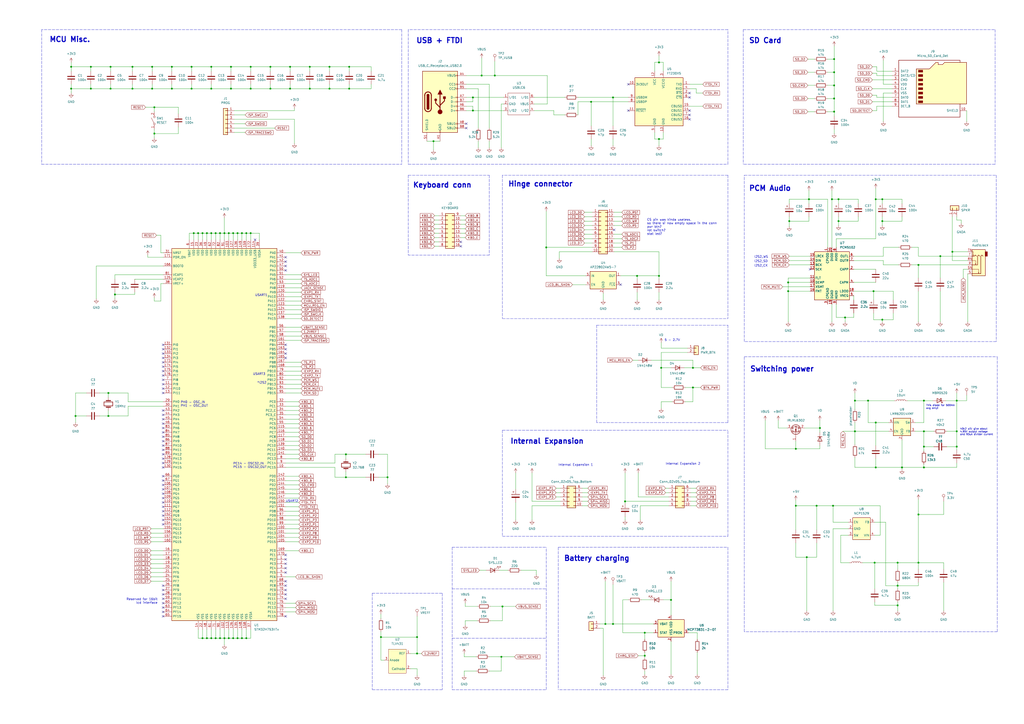
<source format=kicad_sch>
(kicad_sch (version 20211123) (generator eeschema)
  (paper "A2")
  (title_block (title "SDA Evo/Trie"))
  (junction (at 483.235 293.37))
  (junction (at 120.015 370.205))
  (junction (at 469.265 115.57))
  (junction (at 179.705 51.435))
  (junction (at 483.87 49.53))
  (junction (at 523.24 271.145))
  (junction (at 130.175 370.205))
  (junction (at 475.615 248.285))
  (junction (at 535.94 271.145))
  (junction (at 342.9 59.055))
  (junction (at 135.255 370.205))
  (junction (at 41.275 38.735))
  (junction (at 145.415 51.435))
  (junction (at 483.87 64.77))
  (junction (at 389.255 347.98))
  (junction (at 506.73 168.91))
  (junction (at 473.71 293.37))
  (junction (at 483.87 34.29))
  (junction (at 532.765 153.67))
  (junction (at 64.135 51.435))
  (junction (at 382.27 160.02))
  (junction (at 554.99 250.19))
  (junction (at 401.955 224.79))
  (junction (at 511.81 185.42))
  (junction (at 224.79 276.86))
  (junction (at 482.6 115.57))
  (junction (at 374.015 367.03))
  (junction (at 89.535 77.47))
  (junction (at 111.125 51.435))
  (junction (at 457.2 163.83))
  (junction (at 287.02 43.815))
  (junction (at 179.705 38.735))
  (junction (at 461.645 260.35))
  (junction (at 41.275 51.435))
  (junction (at 382.27 80.645))
  (junction (at 125.095 370.205))
  (junction (at 508 245.11))
  (junction (at 520.7 339.725))
  (junction (at 137.795 370.205))
  (junction (at 135.255 135.255))
  (junction (at 111.125 38.735))
  (junction (at 486.41 115.57))
  (junction (at 112.395 135.255))
  (junction (at 483.87 41.91))
  (junction (at 122.555 51.435))
  (junction (at 316.865 143.51))
  (junction (at 191.135 51.435))
  (junction (at 168.275 38.735))
  (junction (at 274.32 64.135))
  (junction (at 507.365 326.39))
  (junction (at 486.41 128.27))
  (junction (at 88.265 38.735))
  (junction (at 76.835 51.435))
  (junction (at 202.565 51.435))
  (junction (at 200.66 276.86))
  (junction (at 535.94 232.41))
  (junction (at 274.32 56.515))
  (junction (at 122.555 370.205))
  (junction (at 62.865 227.965))
  (junction (at 554.99 259.08))
  (junction (at 467.995 323.215))
  (junction (at 520.7 326.39))
  (junction (at 62.865 241.3))
  (junction (at 117.475 135.255))
  (junction (at 535.94 250.19))
  (junction (at 511.81 115.57))
  (junction (at 495.935 232.41))
  (junction (at 99.695 38.735))
  (junction (at 140.335 135.255))
  (junction (at 511.81 128.27))
  (junction (at 52.705 38.735))
  (junction (at 552.45 146.05))
  (junction (at 142.875 135.255))
  (junction (at 142.875 370.205))
  (junction (at 290.83 381))
  (junction (at 241.935 369.57))
  (junction (at 140.335 370.205))
  (junction (at 191.135 38.735))
  (junction (at 145.415 38.735))
  (junction (at 122.555 38.735))
  (junction (at 125.095 135.255))
  (junction (at 120.015 135.255))
  (junction (at 241.935 379.095))
  (junction (at 202.565 38.735))
  (junction (at 220.98 369.57))
  (junction (at 279.4 43.815))
  (junction (at 508 271.145))
  (junction (at 457.2 168.91))
  (junction (at 355.6 361.95))
  (junction (at 490.22 184.15))
  (junction (at 117.475 370.205))
  (junction (at 369.57 160.02))
  (junction (at 132.715 370.205))
  (junction (at 130.175 135.255))
  (junction (at 43.815 241.3))
  (junction (at 251.46 81.915))
  (junction (at 535.94 259.08))
  (junction (at 532.765 326.39))
  (junction (at 122.555 135.255))
  (junction (at 89.535 62.23))
  (junction (at 76.835 38.735))
  (junction (at 532.765 298.45))
  (junction (at 383.54 213.36))
  (junction (at 133.985 51.435))
  (junction (at 483.87 57.15))
  (junction (at 99.695 51.435))
  (junction (at 545.465 148.59))
  (junction (at 127.635 135.255))
  (junction (at 137.795 135.255))
  (junction (at 64.135 38.735))
  (junction (at 133.985 38.735))
  (junction (at 362.585 290.83))
  (junction (at 88.265 51.435))
  (junction (at 156.845 38.735))
  (junction (at 461.645 293.37))
  (junction (at 200.66 263.525))
  (junction (at 114.935 135.255))
  (junction (at 132.715 135.255))
  (junction (at 52.705 51.435))
  (junction (at 554.99 232.41))
  (junction (at 291.465 351.79))
  (junction (at 351.155 361.95))
  (junction (at 508 115.57))
  (junction (at 495.935 250.19))
  (junction (at 503.555 232.41))
  (junction (at 156.845 51.435))
  (junction (at 374.015 380.365))
  (junction (at 401.955 213.36))
  (junction (at 145.415 135.255))
  (junction (at 355.6 56.515))
  (junction (at 168.275 51.435))
  (junction (at 66.675 170.815))
  (junction (at 520.7 351.155))
  (junction (at 127.635 370.205))
  (junction (at 382.27 36.195))
  (junction (at 457.835 128.27))
  (no_connect (at 165.735 324.485))
  (no_connect (at 400.05 66.675))
  (no_connect (at 94.615 344.805))
  (no_connect (at 94.615 268.605))
  (no_connect (at 94.615 215.265))
  (no_connect (at 94.615 220.345))
  (no_connect (at 94.615 301.625))
  (no_connect (at 165.735 149.225))
  (no_connect (at 94.615 266.065))
  (no_connect (at 94.615 294.005))
  (no_connect (at 94.615 200.025))
  (no_connect (at 165.735 339.725))
  (no_connect (at 267.335 142.875))
  (no_connect (at 94.615 217.805))
  (no_connect (at 165.735 337.185))
  (no_connect (at 94.615 250.825))
  (no_connect (at 94.615 281.305))
  (no_connect (at 94.615 225.425))
  (no_connect (at 94.615 245.745))
  (no_connect (at 94.615 205.105))
  (no_connect (at 94.615 286.385))
  (no_connect (at 165.735 154.305))
  (no_connect (at 165.735 151.765))
  (no_connect (at 94.615 296.545))
  (no_connect (at 469.9 156.21))
  (no_connect (at 94.615 271.145))
  (no_connect (at 400.05 64.135))
  (no_connect (at 400.05 56.515))
  (no_connect (at 165.735 205.105))
  (no_connect (at 165.735 347.345))
  (no_connect (at 94.615 276.225))
  (no_connect (at 356.235 133.35))
  (no_connect (at 94.615 212.725))
  (no_connect (at 94.615 349.885))
  (no_connect (at 94.615 342.265))
  (no_connect (at 94.615 260.985))
  (no_connect (at 165.735 156.845))
  (no_connect (at 94.615 288.925))
  (no_connect (at 165.735 329.565))
  (no_connect (at 94.615 207.645))
  (no_connect (at 165.735 342.265))
  (no_connect (at 94.615 258.445))
  (no_connect (at 94.615 243.205))
  (no_connect (at 165.735 207.645))
  (no_connect (at 364.49 48.895))
  (no_connect (at 94.615 278.765))
  (no_connect (at 360.045 165.1))
  (no_connect (at 94.615 222.885))
  (no_connect (at 94.615 240.665))
  (no_connect (at 165.735 202.565))
  (no_connect (at 94.615 263.525))
  (no_connect (at 147.955 139.065))
  (no_connect (at 400.05 53.975))
  (no_connect (at 94.615 291.465))
  (no_connect (at 94.615 357.505))
  (no_connect (at 94.615 248.285))
  (no_connect (at 165.735 344.805))
  (no_connect (at 165.735 357.505))
  (no_connect (at 94.615 255.905))
  (no_connect (at 94.615 304.165))
  (no_connect (at 400.05 69.215))
  (no_connect (at 94.615 238.125))
  (no_connect (at 270.51 71.755))
  (no_connect (at 270.51 74.295))
  (no_connect (at 94.615 210.185))
  (no_connect (at 94.615 347.345))
  (no_connect (at 165.735 321.945))
  (no_connect (at 94.615 253.365))
  (no_connect (at 267.335 140.335))
  (no_connect (at 94.615 339.725))
  (no_connect (at 165.735 327.025))
  (no_connect (at 165.735 332.105))
  (no_connect (at 165.735 200.025))
  (no_connect (at 94.615 202.565))
  (no_connect (at 364.49 64.135))
  (no_connect (at 94.615 227.965))
  (no_connect (at 94.615 299.085))
  (no_connect (at 94.615 352.425))
  (no_connect (at 94.615 283.845))
  (no_connect (at 94.615 354.965))
  (wire (pts (xy 523.24 115.57) (xy 511.81 115.57)))
  (polyline (pts (xy 422.275 188.595) (xy 422.275 245.11)))
  (wire (pts (xy 135.89 64.135) (xy 170.815 64.135)))
  (wire (pts (xy 276.225 381) (xy 269.24 381)))
  (wire (pts (xy 133.985 38.735) (xy 133.985 41.275)))
  (wire (pts (xy 165.735 286.385) (xy 173.355 286.385)))
  (wire (pts (xy 165.735 169.545) (xy 174.625 169.545)))
  (wire (pts (xy 554.99 125.73) (xy 554.99 127.635)))
  (wire (pts (xy 114.935 135.255) (xy 114.935 139.065)))
  (wire (pts (xy 370.205 288.29) (xy 370.205 274.32)))
  (wire (pts (xy 62.865 227.965) (xy 62.865 230.505)))
  (wire (pts (xy 74.295 235.585) (xy 74.295 241.3)))
  (wire (pts (xy 270.51 48.895) (xy 283.845 48.895)))
  (wire (pts (xy 511.81 115.57) (xy 511.81 118.11)))
  (wire (pts (xy 490.22 184.15) (xy 490.22 186.69)))
  (wire (pts (xy 241.935 379.095) (xy 244.475 379.095)))
  (wire (pts (xy 520.7 351.155) (xy 520.7 354.33)))
  (wire (pts (xy 165.735 179.705) (xy 174.625 179.705)))
  (wire (pts (xy 530.86 250.19) (xy 535.94 250.19)))
  (wire (pts (xy 495.3 151.13) (xy 512.445 151.13)))
  (wire (pts (xy 523.24 271.145) (xy 523.24 272.415)))
  (wire (pts (xy 457.2 161.29) (xy 457.2 163.83)))
  (wire (pts (xy 165.735 233.045) (xy 173.355 233.045)))
  (wire (pts (xy 379.73 80.645) (xy 382.27 80.645)))
  (wire (pts (xy 93.345 146.685) (xy 93.345 136.525)))
  (wire (pts (xy 165.735 167.005) (xy 174.625 167.005)))
  (wire (pts (xy 523.24 125.73) (xy 523.24 128.27)))
  (wire (pts (xy 532.765 298.45) (xy 532.765 326.39)))
  (polyline (pts (xy 236.855 101.6) (xy 283.845 101.6)))
  (polyline (pts (xy 578.485 366.395) (xy 431.8 366.395)))
  (wire (pts (xy 93.345 136.525) (xy 90.805 136.525)))
  (wire (pts (xy 125.095 135.255) (xy 125.095 139.065)))
  (wire (pts (xy 403.86 53.975) (xy 407.67 53.975)))
  (wire (pts (xy 506.73 185.42) (xy 511.81 185.42)))
  (wire (pts (xy 290.83 381) (xy 283.845 381)))
  (wire (pts (xy 215.265 41.275) (xy 215.265 38.735)))
  (wire (pts (xy 506.095 59.055) (xy 517.525 59.055)))
  (wire (pts (xy 269.24 381) (xy 269.24 379.095)))
  (polyline (pts (xy 256.54 344.17) (xy 256.54 400.05)))
  (wire (pts (xy 523.24 128.27) (xy 511.81 128.27)))
  (wire (pts (xy 369.57 160.02) (xy 369.57 161.925)))
  (wire (pts (xy 515.62 245.11) (xy 508 245.11)))
  (wire (pts (xy 87.63 334.645) (xy 94.615 334.645)))
  (wire (pts (xy 290.83 60.325) (xy 290.83 85.725)))
  (wire (pts (xy 535.94 245.11) (xy 535.94 232.41)))
  (wire (pts (xy 168.275 48.895) (xy 168.275 51.435)))
  (wire (pts (xy 135.255 370.205) (xy 137.795 370.205)))
  (wire (pts (xy 508 138.43) (xy 508 115.57)))
  (wire (pts (xy 362.585 274.32) (xy 362.585 290.83)))
  (wire (pts (xy 127.635 135.255) (xy 130.175 135.255)))
  (wire (pts (xy 356.235 125.73) (xy 360.68 125.73)))
  (wire (pts (xy 480.06 115.57) (xy 469.265 115.57)))
  (wire (pts (xy 109.855 135.255) (xy 112.395 135.255)))
  (wire (pts (xy 507.365 310.515) (xy 510.54 310.515)))
  (wire (pts (xy 87.63 314.325) (xy 94.615 314.325)))
  (wire (pts (xy 191.135 48.895) (xy 191.135 51.435)))
  (wire (pts (xy 337.82 285.75) (xy 340.995 285.75)))
  (wire (pts (xy 379.095 367.03) (xy 374.015 367.03)))
  (wire (pts (xy 140.335 135.255) (xy 140.335 139.065)))
  (wire (pts (xy 532.765 153.67) (xy 561.34 153.67)))
  (wire (pts (xy 468.63 49.53) (xy 472.44 49.53)))
  (wire (pts (xy 191.135 38.735) (xy 191.135 41.275)))
  (wire (pts (xy 535.94 271.145) (xy 523.24 271.145)))
  (wire (pts (xy 468.63 64.77) (xy 472.44 64.77)))
  (wire (pts (xy 269.875 360.045) (xy 269.875 362.585)))
  (wire (pts (xy 290.83 381) (xy 298.45 381)))
  (wire (pts (xy 135.255 135.255) (xy 135.255 139.065)))
  (wire (pts (xy 247.65 81.915) (xy 251.46 81.915)))
  (wire (pts (xy 62.865 238.125) (xy 62.865 241.3)))
  (wire (pts (xy 130.175 135.255) (xy 132.715 135.255)))
  (wire (pts (xy 461.645 260.35) (xy 461.645 255.905)))
  (wire (pts (xy 535.94 232.41) (xy 541.02 232.41)))
  (wire (pts (xy 194.31 263.525) (xy 200.66 263.525)))
  (wire (pts (xy 267.335 132.715) (xy 269.875 132.715)))
  (wire (pts (xy 362.585 299.72) (xy 362.585 301.625)))
  (wire (pts (xy 57.785 227.965) (xy 62.865 227.965)))
  (wire (pts (xy 274.32 64.135) (xy 270.51 64.135)))
  (wire (pts (xy 270.51 61.595) (xy 274.32 61.595)))
  (wire (pts (xy 500.38 326.39) (xy 507.365 326.39)))
  (wire (pts (xy 401.955 224.79) (xy 401.955 233.045)))
  (wire (pts (xy 165.735 291.465) (xy 173.355 291.465)))
  (wire (pts (xy 194.31 263.525) (xy 194.31 268.605)))
  (wire (pts (xy 43.815 241.3) (xy 43.815 227.965)))
  (wire (pts (xy 480.06 34.29) (xy 483.87 34.29)))
  (wire (pts (xy 389.255 347.98) (xy 389.255 356.87)))
  (wire (pts (xy 321.31 64.135) (xy 321.31 66.675)))
  (wire (pts (xy 454.025 166.37) (xy 469.9 166.37)))
  (wire (pts (xy 88.265 38.735) (xy 88.265 41.275)))
  (wire (pts (xy 552.45 125.73) (xy 552.45 146.05)))
  (polyline (pts (xy 422.275 95.25) (xy 422.275 17.145)))
  (wire (pts (xy 127.635 135.255) (xy 127.635 139.065)))
  (polyline (pts (xy 233.045 17.145) (xy 24.13 17.145)))
  (wire (pts (xy 558.8 156.21) (xy 558.8 161.29)))
  (wire (pts (xy 179.705 41.275) (xy 179.705 38.735)))
  (wire (pts (xy 279.4 43.815) (xy 279.4 33.655)))
  (wire (pts (xy 316.865 143.51) (xy 343.535 143.51)))
  (wire (pts (xy 168.275 38.735) (xy 179.705 38.735)))
  (wire (pts (xy 168.275 38.735) (xy 168.275 41.275)))
  (polyline (pts (xy 431.8 198.12) (xy 431.8 101.6)))
  (polyline (pts (xy 262.255 317.5) (xy 316.865 317.5)))
  (wire (pts (xy 507.365 326.39) (xy 507.365 341.63)))
  (wire (pts (xy 370.205 380.365) (xy 374.015 380.365)))
  (polyline (pts (xy 577.215 95.25) (xy 431.165 95.25)))
  (wire (pts (xy 483.87 49.53) (xy 483.87 57.15)))
  (wire (pts (xy 224.79 263.525) (xy 219.71 263.525)))
  (wire (pts (xy 165.735 172.085) (xy 174.625 172.085)))
  (wire (pts (xy 371.475 293.37) (xy 371.475 301.625)))
  (wire (pts (xy 383.54 233.045) (xy 383.54 236.855)))
  (wire (pts (xy 117.475 370.205) (xy 120.015 370.205)))
  (polyline (pts (xy 262.255 400.05) (xy 316.865 400.05)))
  (wire (pts (xy 339.09 133.35) (xy 343.535 133.35)))
  (wire (pts (xy 308.61 293.37) (xy 308.61 301.625)))
  (wire (pts (xy 165.735 334.645) (xy 171.45 334.645)))
  (wire (pts (xy 299.085 274.32) (xy 299.085 283.845)))
  (wire (pts (xy 520.7 349.25) (xy 520.7 351.155)))
  (wire (pts (xy 135.255 135.255) (xy 137.795 135.255)))
  (wire (pts (xy 87.63 332.105) (xy 94.615 332.105)))
  (wire (pts (xy 165.735 243.205) (xy 173.355 243.205)))
  (wire (pts (xy 512.445 153.67) (xy 521.335 153.67)))
  (wire (pts (xy 165.735 250.825) (xy 173.355 250.825)))
  (wire (pts (xy 461.645 290.195) (xy 461.645 293.37)))
  (wire (pts (xy 561.34 146.05) (xy 552.45 146.05)))
  (wire (pts (xy 194.31 271.145) (xy 194.31 276.86)))
  (wire (pts (xy 389.89 233.045) (xy 383.54 233.045)))
  (wire (pts (xy 165.735 294.005) (xy 173.355 294.005)))
  (wire (pts (xy 87.63 306.705) (xy 94.615 306.705)))
  (wire (pts (xy 545.465 148.59) (xy 545.465 161.29)))
  (wire (pts (xy 132.715 135.255) (xy 132.715 139.065)))
  (wire (pts (xy 535.94 259.08) (xy 541.655 259.08)))
  (wire (pts (xy 277.495 81.915) (xy 277.495 85.725)))
  (wire (pts (xy 356.235 143.51) (xy 360.68 143.51)))
  (polyline (pts (xy 577.85 198.12) (xy 431.8 198.12)))
  (wire (pts (xy 508.635 61.595) (xy 508.635 64.135)))
  (wire (pts (xy 475.615 243.84) (xy 475.615 248.285)))
  (wire (pts (xy 93.345 174.625) (xy 93.345 164.465)))
  (wire (pts (xy 389.255 213.36) (xy 383.54 213.36)))
  (wire (pts (xy 356.235 123.19) (xy 360.68 123.19)))
  (wire (pts (xy 200.66 273.685) (xy 200.66 276.86)))
  (wire (pts (xy 322.58 283.21) (xy 325.12 283.21)))
  (wire (pts (xy 241.935 379.095) (xy 241.935 369.57)))
  (wire (pts (xy 475.615 248.285) (xy 475.615 250.825)))
  (wire (pts (xy 384.81 36.195) (xy 382.27 36.195)))
  (wire (pts (xy 495.3 184.15) (xy 490.22 184.15)))
  (wire (pts (xy 480.06 49.53) (xy 483.87 49.53)))
  (wire (pts (xy 66.675 170.815) (xy 66.675 173.355)))
  (polyline (pts (xy 431.8 101.6) (xy 577.85 101.6)))
  (wire (pts (xy 513.715 339.725) (xy 520.7 339.725)))
  (wire (pts (xy 130.175 370.205) (xy 130.175 374.015)))
  (wire (pts (xy 342.9 59.055) (xy 364.49 59.055)))
  (wire (pts (xy 356.235 128.27) (xy 360.68 128.27)))
  (wire (pts (xy 483.87 26.67) (xy 483.87 34.29)))
  (wire (pts (xy 457.835 125.73) (xy 457.835 128.27)))
  (wire (pts (xy 532.765 153.67) (xy 532.765 161.29)))
  (wire (pts (xy 165.735 301.625) (xy 173.355 301.625)))
  (wire (pts (xy 480.06 57.15) (xy 483.87 57.15)))
  (wire (pts (xy 379.73 76.835) (xy 379.73 80.645)))
  (wire (pts (xy 125.095 370.205) (xy 127.635 370.205)))
  (wire (pts (xy 220.98 356.235) (xy 220.98 358.775)))
  (wire (pts (xy 467.995 354.33) (xy 467.995 323.215)))
  (wire (pts (xy 461.645 307.34) (xy 461.645 293.37)))
  (wire (pts (xy 220.98 382.905) (xy 220.98 369.57)))
  (wire (pts (xy 554.99 268.605) (xy 554.99 271.145)))
  (wire (pts (xy 351.155 337.185) (xy 351.155 361.95)))
  (wire (pts (xy 43.815 245.11) (xy 43.815 241.3)))
  (wire (pts (xy 117.475 135.255) (xy 120.015 135.255)))
  (wire (pts (xy 356.235 140.97) (xy 360.68 140.97)))
  (wire (pts (xy 512.445 143.51) (xy 512.445 148.59)))
  (wire (pts (xy 361.315 347.98) (xy 364.49 347.98)))
  (wire (pts (xy 468.63 57.15) (xy 472.44 57.15)))
  (wire (pts (xy 339.09 123.19) (xy 343.535 123.19)))
  (wire (pts (xy 156.845 51.435) (xy 168.275 51.435)))
  (wire (pts (xy 114.935 135.255) (xy 117.475 135.255)))
  (polyline (pts (xy 577.215 17.145) (xy 577.215 95.25)))
  (wire (pts (xy 451.485 243.84) (xy 451.485 248.285)))
  (wire (pts (xy 511.81 185.42) (xy 511.81 186.69)))
  (wire (pts (xy 482.6 115.57) (xy 482.6 143.51)))
  (wire (pts (xy 88.265 51.435) (xy 99.695 51.435)))
  (polyline (pts (xy 291.465 101.6) (xy 291.465 184.785)))
  (wire (pts (xy 513.715 302.895) (xy 513.715 339.725)))
  (wire (pts (xy 179.705 51.435) (xy 191.135 51.435)))
  (wire (pts (xy 302.26 330.835) (xy 311.15 330.835)))
  (wire (pts (xy 560.705 232.41) (xy 554.99 232.41)))
  (wire (pts (xy 89.535 172.72) (xy 89.535 174.625)))
  (wire (pts (xy 461.645 314.96) (xy 461.645 323.215)))
  (polyline (pts (xy 236.855 95.25) (xy 422.275 95.25)))
  (wire (pts (xy 355.6 56.515) (xy 364.49 56.515)))
  (wire (pts (xy 401.955 224.79) (xy 406.4 224.79)))
  (wire (pts (xy 561.34 156.21) (xy 558.8 156.21)))
  (wire (pts (xy 532.765 289.56) (xy 532.765 298.45)))
  (wire (pts (xy 325.12 290.83) (xy 308.61 290.83)))
  (wire (pts (xy 497.84 125.73) (xy 497.84 128.27)))
  (wire (pts (xy 135.89 71.755) (xy 142.24 71.755)))
  (wire (pts (xy 283.845 389.255) (xy 290.83 389.255)))
  (wire (pts (xy 528.955 143.51) (xy 532.765 143.51)))
  (wire (pts (xy 351.155 361.95) (xy 355.6 361.95)))
  (wire (pts (xy 117.475 365.125) (xy 117.475 370.205)))
  (wire (pts (xy 94.615 233.045) (xy 74.295 233.045)))
  (polyline (pts (xy 346.075 188.595) (xy 422.275 188.595)))
  (wire (pts (xy 41.275 36.195) (xy 41.275 38.735)))
  (wire (pts (xy 547.37 337.82) (xy 547.37 354.33)))
  (wire (pts (xy 200.66 263.525) (xy 200.66 266.065)))
  (polyline (pts (xy 262.255 317.5) (xy 262.255 400.05)))
  (wire (pts (xy 200.66 263.525) (xy 212.09 263.525)))
  (wire (pts (xy 145.415 51.435) (xy 156.845 51.435)))
  (wire (pts (xy 339.09 138.43) (xy 343.535 138.43)))
  (wire (pts (xy 517.525 43.815) (xy 508.635 43.815)))
  (wire (pts (xy 252.095 132.715) (xy 254.635 132.715)))
  (wire (pts (xy 103.505 62.23) (xy 89.535 62.23)))
  (wire (pts (xy 165.735 276.225) (xy 173.355 276.225)))
  (wire (pts (xy 495.3 181.61) (xy 495.3 184.15)))
  (wire (pts (xy 120.015 370.205) (xy 122.555 370.205)))
  (wire (pts (xy 252.095 127.635) (xy 254.635 127.635)))
  (wire (pts (xy 400.05 51.435) (xy 403.86 51.435)))
  (wire (pts (xy 523.24 255.27) (xy 523.24 271.145)))
  (wire (pts (xy 142.875 135.255) (xy 142.875 139.065)))
  (wire (pts (xy 291.465 360.045) (xy 291.465 351.79)))
  (wire (pts (xy 485.14 143.51) (xy 485.14 138.43)))
  (wire (pts (xy 78.105 161.925) (xy 94.615 161.925)))
  (wire (pts (xy 482.6 176.53) (xy 482.6 186.69)))
  (wire (pts (xy 497.84 128.27) (xy 486.41 128.27)))
  (wire (pts (xy 383.54 204.47) (xy 398.78 204.47)))
  (polyline (pts (xy 422.275 311.15) (xy 422.275 249.555)))
  (wire (pts (xy 517.525 61.595) (xy 508.635 61.595)))
  (wire (pts (xy 103.505 66.04) (xy 103.505 62.23)))
  (wire (pts (xy 99.695 51.435) (xy 111.125 51.435)))
  (wire (pts (xy 370.205 288.29) (xy 387.985 288.29)))
  (wire (pts (xy 238.125 387.985) (xy 241.935 387.985)))
  (wire (pts (xy 523.24 115.57) (xy 523.24 118.11)))
  (polyline (pts (xy 422.275 17.145) (xy 236.855 17.145)))
  (wire (pts (xy 316.865 143.51) (xy 316.865 122.555)))
  (wire (pts (xy 43.815 227.965) (xy 50.165 227.965)))
  (wire (pts (xy 526.415 232.41) (xy 535.94 232.41)))
  (wire (pts (xy 165.735 174.625) (xy 174.625 174.625)))
  (wire (pts (xy 130.175 126.365) (xy 130.175 135.255)))
  (wire (pts (xy 94.615 149.225) (xy 85.725 149.225)))
  (wire (pts (xy 487.68 310.515) (xy 487.68 326.39)))
  (wire (pts (xy 487.68 326.39) (xy 492.76 326.39)))
  (wire (pts (xy 535.94 250.19) (xy 541.655 250.19)))
  (wire (pts (xy 165.735 352.425) (xy 171.45 352.425)))
  (wire (pts (xy 355.6 56.515) (xy 355.6 73.025)))
  (wire (pts (xy 404.495 378.46) (xy 404.495 391.16)))
  (wire (pts (xy 309.88 56.515) (xy 327.66 56.515)))
  (wire (pts (xy 386.08 285.75) (xy 387.985 285.75)))
  (wire (pts (xy 215.265 48.895) (xy 215.265 51.435)))
  (wire (pts (xy 483.87 57.15) (xy 483.87 64.77)))
  (wire (pts (xy 252.095 142.875) (xy 254.635 142.875)))
  (wire (pts (xy 508 115.57) (xy 511.81 115.57)))
  (wire (pts (xy 122.555 370.205) (xy 125.095 370.205)))
  (wire (pts (xy 252.095 125.095) (xy 254.635 125.095)))
  (wire (pts (xy 145.415 38.735) (xy 145.415 41.275)))
  (wire (pts (xy 384.81 41.275) (xy 384.81 36.195)))
  (wire (pts (xy 497.84 115.57) (xy 497.84 118.11)))
  (wire (pts (xy 267.335 127.635) (xy 269.875 127.635)))
  (wire (pts (xy 473.71 307.34) (xy 473.71 293.37)))
  (wire (pts (xy 508.635 64.135) (xy 506.095 64.135)))
  (polyline (pts (xy 262.255 341.63) (xy 316.865 341.63)))
  (wire (pts (xy 339.09 140.97) (xy 343.535 140.97)))
  (wire (pts (xy 114.935 365.125) (xy 114.935 370.205)))
  (wire (pts (xy 220.98 369.57) (xy 220.98 366.395)))
  (wire (pts (xy 349.885 364.49) (xy 349.885 391.795)))
  (wire (pts (xy 132.715 365.125) (xy 132.715 370.205)))
  (wire (pts (xy 508.635 42.545) (xy 506.095 42.545)))
  (wire (pts (xy 88.265 48.895) (xy 88.265 51.435)))
  (wire (pts (xy 374.015 378.46) (xy 374.015 380.365)))
  (wire (pts (xy 545.465 148.59) (xy 561.34 148.59)))
  (wire (pts (xy 517.525 56.515) (xy 508.635 56.515)))
  (wire (pts (xy 142.875 365.125) (xy 142.875 370.205)))
  (wire (pts (xy 287.02 35.56) (xy 287.02 43.815)))
  (wire (pts (xy 137.795 370.205) (xy 140.335 370.205)))
  (wire (pts (xy 486.41 115.57) (xy 486.41 118.11)))
  (wire (pts (xy 165.735 299.085) (xy 173.355 299.085)))
  (wire (pts (xy 325.12 293.37) (xy 308.61 293.37)))
  (wire (pts (xy 112.395 135.255) (xy 112.395 139.065)))
  (wire (pts (xy 132.715 135.255) (xy 135.255 135.255)))
  (wire (pts (xy 397.51 224.79) (xy 401.955 224.79)))
  (wire (pts (xy 117.475 135.255) (xy 117.475 139.065)))
  (wire (pts (xy 122.555 38.735) (xy 133.985 38.735)))
  (wire (pts (xy 356.235 146.05) (xy 382.27 146.05)))
  (wire (pts (xy 486.41 125.73) (xy 486.41 128.27)))
  (polyline (pts (xy 346.075 188.595) (xy 346.075 245.11)))
  (wire (pts (xy 549.275 259.08) (xy 554.99 259.08)))
  (wire (pts (xy 194.31 276.86) (xy 200.66 276.86)))
  (wire (pts (xy 283.845 81.915) (xy 283.845 85.725)))
  (polyline (pts (xy 422.275 101.6) (xy 422.275 184.785)))
  (polyline (pts (xy 236.855 17.145) (xy 236.855 95.25)))
  (wire (pts (xy 483.87 49.53) (xy 483.87 41.91)))
  (wire (pts (xy 165.735 263.525) (xy 173.355 263.525)))
  (wire (pts (xy 76.835 38.735) (xy 88.265 38.735)))
  (wire (pts (xy 382.27 80.645) (xy 384.81 80.645)))
  (wire (pts (xy 495.3 163.83) (xy 508 163.83)))
  (wire (pts (xy 560.705 64.135) (xy 560.705 70.485)))
  (wire (pts (xy 508.635 55.245) (xy 506.095 55.245)))
  (wire (pts (xy 122.555 135.255) (xy 122.555 139.065)))
  (wire (pts (xy 274.32 61.595) (xy 274.32 64.135)))
  (wire (pts (xy 94.615 235.585) (xy 74.295 235.585)))
  (wire (pts (xy 337.82 288.29) (xy 340.995 288.29)))
  (wire (pts (xy 299.085 291.465) (xy 299.085 301.625)))
  (wire (pts (xy 156.845 48.895) (xy 156.845 51.435)))
  (wire (pts (xy 517.525 48.895) (xy 512.445 48.895)))
  (wire (pts (xy 145.415 38.735) (xy 156.845 38.735)))
  (wire (pts (xy 535.94 269.24) (xy 535.94 271.145)))
  (wire (pts (xy 111.125 38.735) (xy 122.555 38.735)))
  (wire (pts (xy 276.86 351.79) (xy 269.875 351.79)))
  (wire (pts (xy 535.94 259.08) (xy 535.94 261.62)))
  (wire (pts (xy 383.54 201.93) (xy 398.78 201.93)))
  (wire (pts (xy 191.135 38.735) (xy 202.565 38.735)))
  (wire (pts (xy 532.765 148.59) (xy 545.465 148.59)))
  (wire (pts (xy 165.735 238.125) (xy 173.355 238.125)))
  (wire (pts (xy 515.62 250.19) (xy 495.935 250.19)))
  (wire (pts (xy 122.555 51.435) (xy 133.985 51.435)))
  (wire (pts (xy 517.525 41.275) (xy 508.635 41.275)))
  (wire (pts (xy 89.535 77.47) (xy 89.535 80.01)))
  (wire (pts (xy 482.6 110.49) (xy 482.6 115.57)))
  (wire (pts (xy 87.63 319.405) (xy 94.615 319.405)))
  (wire (pts (xy 495.3 156.21) (xy 508 156.21)))
  (wire (pts (xy 508.635 43.815) (xy 508.635 42.545)))
  (wire (pts (xy 547.37 298.45) (xy 532.765 298.45)))
  (wire (pts (xy 480.06 143.51) (xy 480.06 115.57)))
  (wire (pts (xy 457.835 151.13) (xy 469.9 151.13)))
  (wire (pts (xy 274.32 56.515) (xy 292.1 56.515)))
  (wire (pts (xy 549.275 250.19) (xy 554.99 250.19)))
  (wire (pts (xy 135.255 365.125) (xy 135.255 370.205)))
  (wire (pts (xy 269.24 389.255) (xy 269.24 391.795)))
  (wire (pts (xy 532.765 339.725) (xy 520.7 339.725)))
  (wire (pts (xy 508 271.145) (xy 523.24 271.145)))
  (wire (pts (xy 495.935 227.965) (xy 495.935 232.41)))
  (wire (pts (xy 495.3 168.91) (xy 506.73 168.91)))
  (wire (pts (xy 324.485 146.05) (xy 324.485 149.86)))
  (wire (pts (xy 400.685 283.21) (xy 403.86 283.21)))
  (wire (pts (xy 554.99 232.41) (xy 554.99 250.19)))
  (wire (pts (xy 309.88 64.135) (xy 321.31 64.135)))
  (wire (pts (xy 52.705 51.435) (xy 64.135 51.435)))
  (wire (pts (xy 457.835 153.67) (xy 469.9 153.67)))
  (wire (pts (xy 165.735 197.485) (xy 174.625 197.485)))
  (wire (pts (xy 545.465 168.91) (xy 545.465 186.69)))
  (wire (pts (xy 469.265 125.73) (xy 469.265 128.27)))
  (polyline (pts (xy 283.845 101.6) (xy 283.845 147.955)))
  (wire (pts (xy 291.465 351.79) (xy 284.48 351.79)))
  (wire (pts (xy 165.735 194.945) (xy 174.625 194.945)))
  (wire (pts (xy 111.125 38.735) (xy 111.125 41.275)))
  (wire (pts (xy 382.27 36.195) (xy 382.27 32.385)))
  (wire (pts (xy 133.985 38.735) (xy 145.415 38.735)))
  (wire (pts (xy 473.71 314.96) (xy 473.71 323.215)))
  (wire (pts (xy 66.675 159.385) (xy 66.675 161.925)))
  (wire (pts (xy 165.735 245.745) (xy 173.355 245.745)))
  (wire (pts (xy 122.555 365.125) (xy 122.555 370.205)))
  (wire (pts (xy 483.87 34.29) (xy 483.87 41.91)))
  (wire (pts (xy 99.695 48.895) (xy 99.695 51.435)))
  (wire (pts (xy 127.635 370.205) (xy 130.175 370.205)))
  (wire (pts (xy 64.135 48.895) (xy 64.135 51.435)))
  (wire (pts (xy 165.735 258.445) (xy 173.355 258.445)))
  (wire (pts (xy 292.1 60.325) (xy 290.83 60.325)))
  (wire (pts (xy 387.985 293.37) (xy 371.475 293.37)))
  (polyline (pts (xy 262.255 370.205) (xy 316.865 370.205)))
  (wire (pts (xy 52.705 38.735) (xy 52.705 41.275)))
  (wire (pts (xy 508.635 41.275) (xy 508.635 38.735)))
  (wire (pts (xy 87.63 327.025) (xy 94.615 327.025)))
  (wire (pts (xy 165.735 268.605) (xy 194.31 268.605)))
  (polyline (pts (xy 422.275 101.6) (xy 291.465 101.6)))
  (wire (pts (xy 41.275 51.435) (xy 52.705 51.435)))
  (wire (pts (xy 52.705 38.735) (xy 64.135 38.735)))
  (wire (pts (xy 469.265 128.27) (xy 457.835 128.27)))
  (polyline (pts (xy 422.275 245.11) (xy 346.075 245.11)))
  (polyline (pts (xy 236.855 101.6) (xy 236.855 147.955)))
  (wire (pts (xy 89.535 62.23) (xy 89.535 64.77)))
  (wire (pts (xy 76.835 48.895) (xy 76.835 51.435)))
  (wire (pts (xy 506.73 168.91) (xy 506.73 173.99)))
  (wire (pts (xy 403.86 51.435) (xy 403.86 53.975)))
  (wire (pts (xy 483.87 74.93) (xy 483.87 77.47)))
  (wire (pts (xy 401.955 208.915) (xy 401.955 213.36)))
  (wire (pts (xy 252.095 130.175) (xy 254.635 130.175)))
  (wire (pts (xy 137.795 365.125) (xy 137.795 370.205)))
  (wire (pts (xy 274.32 56.515) (xy 274.32 59.055)))
  (polyline (pts (xy 215.9 344.17) (xy 256.54 344.17)))
  (wire (pts (xy 342.9 80.645) (xy 342.9 84.455)))
  (wire (pts (xy 383.54 213.36) (xy 383.54 224.79)))
  (wire (pts (xy 74.295 241.3) (xy 62.865 241.3)))
  (wire (pts (xy 122.555 48.895) (xy 122.555 51.435)))
  (polyline (pts (xy 431.8 207.01) (xy 431.8 366.395)))
  (wire (pts (xy 317.5 43.815) (xy 317.5 60.325)))
  (wire (pts (xy 339.725 160.02) (xy 316.865 160.02)))
  (wire (pts (xy 389.255 337.185) (xy 389.255 347.98)))
  (wire (pts (xy 532.765 330.2) (xy 532.765 326.39)))
  (wire (pts (xy 137.795 135.255) (xy 137.795 139.065)))
  (wire (pts (xy 66.675 159.385) (xy 94.615 159.385)))
  (wire (pts (xy 382.27 169.545) (xy 382.27 173.99)))
  (wire (pts (xy 241.935 387.985) (xy 241.935 391.795)))
  (wire (pts (xy 156.845 38.735) (xy 156.845 41.275)))
  (wire (pts (xy 165.735 309.245) (xy 173.355 309.245)))
  (wire (pts (xy 386.08 283.21) (xy 387.985 283.21)))
  (wire (pts (xy 379.73 36.195) (xy 382.27 36.195)))
  (wire (pts (xy 145.415 135.255) (xy 150.495 135.255)))
  (wire (pts (xy 377.825 208.915) (xy 401.955 208.915)))
  (wire (pts (xy 308.61 274.32) (xy 308.61 290.83)))
  (wire (pts (xy 495.935 271.145) (xy 508 271.145)))
  (wire (pts (xy 339.09 125.73) (xy 343.535 125.73)))
  (wire (pts (xy 89.535 74.93) (xy 89.535 77.47)))
  (wire (pts (xy 127.635 365.125) (xy 127.635 370.205)))
  (wire (pts (xy 94.615 146.685) (xy 93.345 146.685)))
  (wire (pts (xy 64.135 38.735) (xy 76.835 38.735)))
  (wire (pts (xy 165.735 189.865) (xy 174.625 189.865)))
  (wire (pts (xy 374.015 367.03) (xy 361.315 367.03)))
  (wire (pts (xy 485.14 138.43) (xy 508 138.43)))
  (wire (pts (xy 495.935 250.19) (xy 495.935 245.11)))
  (wire (pts (xy 202.565 51.435) (xy 215.265 51.435)))
  (wire (pts (xy 356.235 130.81) (xy 360.68 130.81)))
  (wire (pts (xy 461.645 323.215) (xy 467.995 323.215)))
  (wire (pts (xy 528.955 153.67) (xy 532.765 153.67)))
  (wire (pts (xy 202.565 51.435) (xy 202.565 48.895)))
  (wire (pts (xy 321.31 66.675) (xy 327.66 66.675)))
  (wire (pts (xy 274.32 64.135) (xy 292.1 64.135)))
  (wire (pts (xy 382.27 80.645) (xy 382.27 84.455)))
  (wire (pts (xy 517.525 53.975) (xy 512.445 53.975)))
  (wire (pts (xy 360.045 160.02) (xy 369.57 160.02)))
  (wire (pts (xy 485.14 184.15) (xy 490.22 184.15)))
  (wire (pts (xy 475.615 260.35) (xy 461.645 260.35)))
  (wire (pts (xy 87.63 329.565) (xy 94.615 329.565)))
  (wire (pts (xy 270.51 51.435) (xy 277.495 51.435)))
  (wire (pts (xy 165.735 260.985) (xy 173.355 260.985)))
  (wire (pts (xy 495.935 237.49) (xy 495.935 232.41)))
  (wire (pts (xy 93.345 164.465) (xy 94.615 164.465)))
  (wire (pts (xy 200.66 276.86) (xy 212.09 276.86)))
  (wire (pts (xy 165.735 235.585) (xy 173.355 235.585)))
  (wire (pts (xy 41.275 48.895) (xy 41.275 51.435)))
  (polyline (pts (xy 577.85 101.6) (xy 577.85 198.12)))
  (wire (pts (xy 267.335 135.255) (xy 269.875 135.255)))
  (polyline (pts (xy 323.85 317.5) (xy 422.275 317.5)))
  (wire (pts (xy 41.275 38.735) (xy 52.705 38.735)))
  (wire (pts (xy 374.015 367.03) (xy 374.015 370.84)))
  (polyline (pts (xy 291.465 184.785) (xy 422.275 184.785)))
  (wire (pts (xy 165.735 210.185) (xy 174.625 210.185)))
  (wire (pts (xy 87.63 311.785) (xy 94.615 311.785)))
  (wire (pts (xy 222.885 382.905) (xy 220.98 382.905)))
  (wire (pts (xy 287.02 43.815) (xy 279.4 43.815)))
  (wire (pts (xy 532.765 326.39) (xy 547.37 326.39)))
  (wire (pts (xy 337.82 293.37) (xy 340.995 293.37)))
  (wire (pts (xy 165.735 248.285) (xy 173.355 248.285)))
  (wire (pts (xy 457.2 163.83) (xy 457.2 168.91)))
  (wire (pts (xy 335.28 59.055) (xy 342.9 59.055)))
  (wire (pts (xy 554.99 271.145) (xy 535.94 271.145)))
  (wire (pts (xy 62.865 241.3) (xy 57.785 241.3)))
  (wire (pts (xy 335.28 66.675) (xy 335.28 59.055)))
  (wire (pts (xy 74.295 227.965) (xy 62.865 227.965)))
  (wire (pts (xy 165.735 182.245) (xy 174.625 182.245)))
  (wire (pts (xy 165.735 304.165) (xy 173.355 304.165)))
  (wire (pts (xy 130.175 365.125) (xy 130.175 370.205)))
  (wire (pts (xy 349.885 170.18) (xy 349.885 173.99)))
  (wire (pts (xy 165.735 278.765) (xy 173.355 278.765)))
  (wire (pts (xy 87.63 309.245) (xy 94.615 309.245)))
  (wire (pts (xy 156.845 38.735) (xy 168.275 38.735)))
  (polyline (pts (xy 323.85 317.5) (xy 323.85 400.05)))
  (wire (pts (xy 483.87 64.77) (xy 483.87 67.31)))
  (wire (pts (xy 457.835 128.27) (xy 457.835 131.445)))
  (wire (pts (xy 512.445 53.975) (xy 512.445 70.485)))
  (wire (pts (xy 355.6 339.09) (xy 355.6 361.95)))
  (wire (pts (xy 480.06 64.77) (xy 483.87 64.77)))
  (wire (pts (xy 165.735 215.265) (xy 174.625 215.265)))
  (wire (pts (xy 401.955 213.36) (xy 406.4 213.36)))
  (polyline (pts (xy 256.54 400.05) (xy 215.9 400.05)))
  (wire (pts (xy 404.495 367.03) (xy 404.495 370.84)))
  (wire (pts (xy 520.7 337.82) (xy 520.7 339.725)))
  (wire (pts (xy 165.735 222.885) (xy 174.625 222.885)))
  (wire (pts (xy 120.015 135.255) (xy 120.015 139.065)))
  (wire (pts (xy 339.09 135.89) (xy 343.535 135.89)))
  (wire (pts (xy 457.2 168.91) (xy 457.2 186.69)))
  (wire (pts (xy 165.735 314.325) (xy 173.355 314.325)))
  (wire (pts (xy 343.535 146.05) (xy 324.485 146.05)))
  (wire (pts (xy 66.675 169.545) (xy 66.675 170.815)))
  (wire (pts (xy 451.485 248.285) (xy 456.565 248.285)))
  (wire (pts (xy 135.89 69.215) (xy 170.815 69.215)))
  (wire (pts (xy 443.865 243.84) (xy 443.865 260.35)))
  (wire (pts (xy 361.315 367.03) (xy 361.315 347.98)))
  (wire (pts (xy 382.27 146.05) (xy 382.27 160.02)))
  (wire (pts (xy 339.09 128.27) (xy 343.535 128.27)))
  (polyline (pts (xy 422.275 317.5) (xy 422.275 400.05)))
  (wire (pts (xy 52.705 48.895) (xy 52.705 51.435)))
  (wire (pts (xy 400.685 293.37) (xy 403.86 293.37)))
  (wire (pts (xy 383.54 213.36) (xy 383.54 204.47)))
  (wire (pts (xy 215.265 38.735) (xy 202.565 38.735)))
  (polyline (pts (xy 291.465 311.15) (xy 422.275 311.15)))
  (wire (pts (xy 165.735 220.345) (xy 174.625 220.345)))
  (wire (pts (xy 291.465 351.79) (xy 299.085 351.79)))
  (wire (pts (xy 547.37 290.83) (xy 547.37 298.45)))
  (wire (pts (xy 356.235 138.43) (xy 360.68 138.43)))
  (wire (pts (xy 252.095 140.335) (xy 254.635 140.335)))
  (polyline (pts (xy 233.045 17.145) (xy 233.045 95.25)))
  (wire (pts (xy 372.11 347.98) (xy 377.19 347.98)))
  (wire (pts (xy 554.99 250.19) (xy 554.99 259.08)))
  (wire (pts (xy 492.125 302.895) (xy 483.235 302.895)))
  (wire (pts (xy 112.395 135.255) (xy 114.935 135.255)))
  (wire (pts (xy 367.03 208.915) (xy 370.205 208.915)))
  (wire (pts (xy 486.41 128.27) (xy 486.41 130.81)))
  (wire (pts (xy 289.56 330.835) (xy 294.64 330.835)))
  (wire (pts (xy 87.63 337.185) (xy 94.615 337.185)))
  (wire (pts (xy 508 266.065) (xy 508 271.145)))
  (wire (pts (xy 277.495 51.435) (xy 277.495 74.295)))
  (wire (pts (xy 520.7 339.725) (xy 520.7 341.63)))
  (wire (pts (xy 466.725 248.285) (xy 475.615 248.285)))
  (wire (pts (xy 165.735 306.705) (xy 173.355 306.705)))
  (wire (pts (xy 64.135 51.435) (xy 76.835 51.435)))
  (wire (pts (xy 202.565 38.735) (xy 202.565 41.275)))
  (wire (pts (xy 561.34 151.13) (xy 552.45 151.13)))
  (wire (pts (xy 399.415 367.03) (xy 404.495 367.03)))
  (wire (pts (xy 84.455 62.23) (xy 89.535 62.23)))
  (wire (pts (xy 356.235 135.89) (xy 360.68 135.89)))
  (wire (pts (xy 510.54 310.515) (xy 510.54 293.37)))
  (wire (pts (xy 374.015 380.365) (xy 374.015 381.635)))
  (wire (pts (xy 290.83 389.255) (xy 290.83 381)))
  (wire (pts (xy 492.125 310.515) (xy 487.68 310.515)))
  (wire (pts (xy 384.81 347.98) (xy 389.255 347.98)))
  (polyline (pts (xy 578.485 207.01) (xy 578.485 366.395)))
  (wire (pts (xy 532.765 326.39) (xy 520.7 326.39)))
  (polyline (pts (xy 431.165 17.145) (xy 577.215 17.145)))
  (wire (pts (xy 554.99 127.635) (xy 557.53 127.635)))
  (wire (pts (xy 309.88 60.325) (xy 317.5 60.325)))
  (wire (pts (xy 251.46 81.915) (xy 251.46 86.995)))
  (wire (pts (xy 170.815 64.135) (xy 170.815 62.865)))
  (wire (pts (xy 495.3 148.59) (xy 512.445 148.59)))
  (wire (pts (xy 512.445 143.51) (xy 521.335 143.51)))
  (wire (pts (xy 145.415 135.255) (xy 145.415 139.065)))
  (wire (pts (xy 369.57 169.545) (xy 369.57 173.99)))
  (wire (pts (xy 335.28 56.515) (xy 355.6 56.515)))
  (wire (pts (xy 64.135 38.735) (xy 64.135 41.275)))
  (wire (pts (xy 165.735 354.965) (xy 171.45 354.965)))
  (wire (pts (xy 480.06 41.91) (xy 483.87 41.91)))
  (wire (pts (xy 506.73 168.91) (xy 518.16 168.91)))
  (wire (pts (xy 507.365 326.39) (xy 520.7 326.39)))
  (wire (pts (xy 561.34 158.75) (xy 561.34 186.69)))
  (polyline (pts (xy 24.13 95.25) (xy 233.045 95.25)))
  (wire (pts (xy 535.94 250.19) (xy 535.94 259.08)))
  (wire (pts (xy 267.335 137.795) (xy 269.875 137.795)))
  (wire (pts (xy 495.935 250.19) (xy 495.935 257.81)))
  (wire (pts (xy 120.015 135.255) (xy 122.555 135.255)))
  (wire (pts (xy 311.15 330.835) (xy 311.15 333.375)))
  (wire (pts (xy 165.735 146.685) (xy 174.625 146.685)))
  (wire (pts (xy 400.685 290.83) (xy 403.86 290.83)))
  (wire (pts (xy 76.835 38.735) (xy 76.835 41.275)))
  (wire (pts (xy 165.735 266.065) (xy 173.355 266.065)))
  (wire (pts (xy 165.735 281.305) (xy 173.355 281.305)))
  (wire (pts (xy 508.635 38.735) (xy 506.095 38.735)))
  (wire (pts (xy 94.615 154.305) (xy 55.88 154.305)))
  (wire (pts (xy 150.495 135.255) (xy 150.495 139.065)))
  (wire (pts (xy 165.735 253.365) (xy 173.355 253.365)))
  (wire (pts (xy 111.125 51.435) (xy 122.555 51.435)))
  (wire (pts (xy 274.32 59.055) (xy 270.51 59.055)))
  (wire (pts (xy 165.735 159.385) (xy 174.625 159.385)))
  (polyline (pts (xy 422.275 400.05) (xy 323.85 400.05)))
  (wire (pts (xy 316.865 160.02) (xy 316.865 143.51)))
  (wire (pts (xy 362.585 290.83) (xy 362.585 292.1)))
  (wire (pts (xy 55.88 154.305) (xy 55.88 173.355)))
  (wire (pts (xy 510.54 293.37) (xy 483.235 293.37)))
  (wire (pts (xy 99.695 38.735) (xy 111.125 38.735)))
  (wire (pts (xy 488.95 250.19) (xy 495.935 250.19)))
  (wire (pts (xy 284.48 360.045) (xy 291.465 360.045)))
  (wire (pts (xy 130.175 370.205) (xy 132.715 370.205)))
  (wire (pts (xy 179.705 38.735) (xy 191.135 38.735)))
  (wire (pts (xy 443.865 260.35) (xy 461.645 260.35)))
  (wire (pts (xy 135.89 74.295) (xy 159.385 74.295)))
  (wire (pts (xy 74.295 227.965) (xy 74.295 233.045)))
  (wire (pts (xy 165.735 319.405) (xy 173.355 319.405)))
  (wire (pts (xy 168.275 51.435) (xy 179.705 51.435)))
  (wire (pts (xy 165.735 271.145) (xy 194.31 271.145)))
  (wire (pts (xy 267.335 130.175) (xy 269.875 130.175)))
  (wire (pts (xy 506.73 181.61) (xy 506.73 185.42)))
  (wire (pts (xy 140.335 365.125) (xy 140.335 370.205)))
  (wire (pts (xy 114.935 370.205) (xy 117.475 370.205)))
  (wire (pts (xy 469.265 115.57) (xy 469.265 118.11)))
  (wire (pts (xy 518.16 168.91) (xy 518.16 173.99)))
  (wire (pts (xy 485.14 176.53) (xy 485.14 184.15)))
  (wire (pts (xy 170.815 69.215) (xy 170.815 83.185)))
  (wire (pts (xy 130.175 135.255) (xy 130.175 139.065)))
  (wire (pts (xy 87.63 321.945) (xy 94.615 321.945)))
  (wire (pts (xy 165.735 164.465) (xy 174.625 164.465)))
  (wire (pts (xy 165.735 288.925) (xy 173.355 288.925)))
  (wire (pts (xy 78.105 169.545) (xy 78.105 170.815)))
  (wire (pts (xy 76.835 51.435) (xy 88.265 51.435)))
  (wire (pts (xy 497.84 115.57) (xy 486.41 115.57)))
  (wire (pts (xy 384.81 76.835) (xy 384.81 80.645)))
  (wire (pts (xy 322.58 288.29) (xy 325.12 288.29)))
  (wire (pts (xy 41.275 53.975) (xy 41.275 51.435)))
  (wire (pts (xy 530.86 245.11) (xy 535.94 245.11)))
  (wire (pts (xy 165.735 349.885) (xy 171.45 349.885)))
  (wire (pts (xy 512.445 151.13) (xy 512.445 153.67)))
  (wire (pts (xy 252.095 135.255) (xy 254.635 135.255)))
  (wire (pts (xy 276.225 389.255) (xy 269.24 389.255)))
  (wire (pts (xy 552.45 146.05) (xy 552.45 151.13)))
  (wire (pts (xy 389.255 372.11) (xy 389.255 391.16)))
  (wire (pts (xy 400.685 288.29) (xy 403.86 288.29)))
  (wire (pts (xy 252.095 137.795) (xy 254.635 137.795)))
  (polyline (pts (xy 24.13 17.145) (xy 24.13 95.25)))
  (wire (pts (xy 518.16 181.61) (xy 518.16 185.42)))
  (wire (pts (xy 503.555 245.11) (xy 503.555 232.41)))
  (wire (pts (xy 283.845 48.895) (xy 283.845 74.295)))
  (wire (pts (xy 103.505 77.47) (xy 89.535 77.47)))
  (wire (pts (xy 133.985 51.435) (xy 145.415 51.435)))
  (wire (pts (xy 88.265 38.735) (xy 99.695 38.735)))
  (wire (pts (xy 369.57 160.02) (xy 382.27 160.02)))
  (polyline (pts (xy 215.9 344.17) (xy 215.9 400.05)))
  (wire (pts (xy 122.555 135.255) (xy 125.095 135.255)))
  (polyline (pts (xy 431.8 207.01) (xy 578.485 207.01)))
  (wire (pts (xy 560.705 229.235) (xy 560.705 232.41)))
  (wire (pts (xy 507.365 349.25) (xy 507.365 351.155)))
  (wire (pts (xy 511.81 128.27) (xy 511.81 130.81)))
  (wire (pts (xy 135.89 66.675) (xy 142.24 66.675)))
  (wire (pts (xy 382.27 160.02) (xy 382.27 161.925)))
  (wire (pts (xy 241.935 369.57) (xy 220.98 369.57)))
  (wire (pts (xy 43.815 241.3) (xy 50.165 241.3)))
  (wire (pts (xy 532.765 143.51) (xy 532.765 148.59)))
  (wire (pts (xy 224.79 276.86) (xy 219.71 276.86)))
  (wire (pts (xy 165.735 225.425) (xy 174.625 225.425)))
  (wire (pts (xy 511.81 125.73) (xy 511.81 128.27)))
  (wire (pts (xy 224.79 276.86) (xy 224.79 263.525)))
  (polyline (pts (xy 291.465 249.555) (xy 291.465 311.15)))
  (wire (pts (xy 276.86 360.045) (xy 269.875 360.045)))
  (wire (pts (xy 355.6 80.645) (xy 355.6 84.455)))
  (wire (pts (xy 270.51 43.815) (xy 279.4 43.815)))
  (wire (pts (xy 322.58 285.75) (xy 325.12 285.75)))
  (wire (pts (xy 165.735 217.805) (xy 174.625 217.805)))
  (wire (pts (xy 507.365 351.155) (xy 520.7 351.155)))
  (wire (pts (xy 389.89 224.79) (xy 383.54 224.79)))
  (wire (pts (xy 400.685 285.75) (xy 403.86 285.75)))
  (polyline (pts (xy 283.845 147.955) (xy 236.855 147.955)))
  (wire (pts (xy 87.63 324.485) (xy 94.615 324.485)))
  (wire (pts (xy 467.995 323.215) (xy 473.71 323.215)))
  (wire (pts (xy 469.9 161.29) (xy 457.2 161.29)))
  (wire (pts (xy 278.13 330.835) (xy 281.94 330.835)))
  (wire (pts (xy 548.64 232.41) (xy 554.99 232.41)))
  (wire (pts (xy 120.015 365.125) (xy 120.015 370.205)))
  (wire (pts (xy 347.98 364.49) (xy 349.885 364.49)))
  (wire (pts (xy 135.89 76.835) (xy 142.24 76.835)))
  (wire (pts (xy 532.765 337.82) (xy 532.765 339.725)))
  (wire (pts (xy 78.105 170.815) (xy 66.675 170.815)))
  (wire (pts (xy 165.735 255.905) (xy 173.355 255.905)))
  (wire (pts (xy 133.985 48.895) (xy 133.985 51.435)))
  (wire (pts (xy 165.735 184.785) (xy 174.625 184.785)))
  (wire (pts (xy 554.99 259.08) (xy 554.99 260.985)))
  (wire (pts (xy 224.79 280.67) (xy 224.79 276.86)))
  (wire (pts (xy 109.855 139.065) (xy 109.855 135.255)))
  (wire (pts (xy 506.095 46.355) (xy 517.525 46.355)))
  (wire (pts (xy 461.645 293.37) (xy 473.71 293.37)))
  (wire (pts (xy 317.5 43.815) (xy 287.02 43.815)))
  (wire (pts (xy 469.265 115.57) (xy 457.835 115.57)))
  (wire (pts (xy 483.235 302.895) (xy 483.235 293.37)))
  (wire (pts (xy 267.335 125.095) (xy 269.875 125.095)))
  (wire (pts (xy 337.82 290.83) (xy 340.995 290.83)))
  (wire (pts (xy 520.7 326.39) (xy 520.7 330.2)))
  (wire (pts (xy 99.695 38.735) (xy 99.695 41.275)))
  (wire (pts (xy 103.505 73.66) (xy 103.505 77.47)))
  (wire (pts (xy 241.935 357.505) (xy 241.935 369.57)))
  (wire (pts (xy 396.875 213.36) (xy 401.955 213.36)))
  (wire (pts (xy 379.73 41.275) (xy 379.73 36.195)))
  (polyline (pts (xy 291.465 249.555) (xy 422.275 249.555)))
  (wire (pts (xy 165.735 161.925) (xy 174.625 161.925)))
  (wire (pts (xy 475.615 258.445) (xy 475.615 260.35)))
  (wire (pts (xy 140.335 135.255) (xy 142.875 135.255)))
  (wire (pts (xy 111.125 48.895) (xy 111.125 51.435)))
  (wire (pts (xy 511.81 185.42) (xy 518.16 185.42)))
  (wire (pts (xy 374.015 389.255) (xy 374.015 391.16)))
  (wire (pts (xy 508.635 56.515) (xy 508.635 55.245)))
  (wire (pts (xy 507.365 302.895) (xy 513.715 302.895)))
  (wire (pts (xy 142.875 370.205) (xy 145.415 370.205)))
  (wire (pts (xy 165.735 311.785) (xy 173.355 311.785)))
  (polyline (pts (xy 316.865 400.05) (xy 316.865 317.5)))
  (wire (pts (xy 89.535 174.625) (xy 93.345 174.625)))
  (wire (pts (xy 457.2 168.91) (xy 469.9 168.91)))
  (wire (pts (xy 483.235 306.705) (xy 483.235 354.33)))
  (wire (pts (xy 387.985 290.83) (xy 362.585 290.83)))
  (wire (pts (xy 165.735 227.965) (xy 174.625 227.965)))
  (wire (pts (xy 473.71 293.37) (xy 483.235 293.37)))
  (wire (pts (xy 495.935 232.41) (xy 503.555 232.41)))
  (wire (pts (xy 557.53 127.635) (xy 557.53 129.54)))
  (wire (pts (xy 482.6 115.57) (xy 486.41 115.57)))
  (wire (pts (xy 337.82 283.21) (xy 340.995 283.21)))
  (wire (pts (xy 508 109.22) (xy 508 115.57)))
  (polyline (pts (xy 431.165 17.145) (xy 431.165 95.25)))
  (wire (pts (xy 495.935 265.43) (xy 495.935 271.145)))
  (wire (pts (xy 400.05 48.895) (xy 407.67 48.895)))
  (wire (pts (xy 165.735 296.545) (xy 173.355 296.545)))
  (wire (pts (xy 508 245.11) (xy 503.555 245.11)))
  (wire (pts (xy 468.63 41.91) (xy 472.44 41.91)))
  (wire (pts (xy 468.63 34.29) (xy 472.44 34.29)))
  (wire (pts (xy 339.09 130.81) (xy 343.535 130.81)))
  (wire (pts (xy 457.2 163.83) (xy 469.9 163.83)))
  (wire (pts (xy 508 245.11) (xy 508 258.445)))
  (wire (pts (xy 165.735 240.665) (xy 173.355 240.665)))
  (wire (pts (xy 165.735 192.405) (xy 174.625 192.405)))
  (wire (pts (xy 469.265 110.49) (xy 469.265 115.57)))
  (wire (pts (xy 554.99 227.965) (xy 554.99 232.41)))
  (wire (pts (xy 492.125 306.705) (xy 483.235 306.705)))
  (wire (pts (xy 179.705 48.895) (xy 179.705 51.435)))
  (wire (pts (xy 122.555 38.735) (xy 122.555 41.275)))
  (wire (pts (xy 125.095 135.255) (xy 127.635 135.255)))
  (wire (pts (xy 383.54 198.755) (xy 383.54 201.93)))
  (wire (pts (xy 270.51 56.515) (xy 274.32 56.515)))
  (wire (pts (xy 347.98 361.95) (xy 351.155 361.95)))
  (wire (pts (xy 165.735 283.845) (xy 173.355 283.845)))
  (wire (pts (xy 512.445 48.895) (xy 512.445 34.925)))
  (wire (pts (xy 503.555 232.41) (xy 518.795 232.41)))
  (wire (pts (xy 165.735 212.725) (xy 174.625 212.725)))
  (wire (pts (xy 532.765 168.91) (xy 532.765 186.69)))
  (wire (pts (xy 269.875 351.79) (xy 269.875 349.885)))
  (wire (pts (xy 85.725 149.225) (xy 85.725 147.955)))
  (wire (pts (xy 142.875 135.255) (xy 145.415 135.255)))
  (wire (pts (xy 355.6 361.95) (xy 379.095 361.95)))
  (wire (pts (xy 145.415 370.205) (xy 145.415 365.125)))
  (wire (pts (xy 401.955 233.045) (xy 397.51 233.045)))
  (wire (pts (xy 506.095 51.435) (xy 517.525 51.435)))
  (wire (pts (xy 191.135 51.435) (xy 202.565 51.435)))
  (wire (pts (xy 125.095 365.125) (xy 125.095 370.205)))
  (wire (pts (xy 400.05 61.595) (xy 407.67 61.595)))
  (wire (pts (xy 137.795 135.255) (xy 140.335 135.255)))
  (wire (pts (xy 41.275 38.735) (xy 41.275 41.275)))
  (wire (pts (xy 495.3 171.45) (xy 495.3 173.99)))
  (wire (pts (xy 165.735 177.165) (xy 174.625 177.165)))
  (wire (pts (xy 547.37 330.2) (xy 547.37 326.39)))
  (wire (pts (xy 132.715 370.205) (xy 135.255 370.205)))
  (wire (pts (xy 145.415 48.895) (xy 145.415 51.435)))
  (wire (pts (xy 342.9 59.055) (xy 342.9 73.025)))
  (wire (pts (xy 457.835 148.59) (xy 469.9 148.59)))
  (wire (pts (xy 140.335 370.205) (xy 142.875 370.205)))
  (wire (pts (xy 251.46 81.915) (xy 255.27 81.915)))
  (wire (pts (xy 457.835 115.57) (xy 457.835 118.11)))
  (wire (pts (xy 238.125 379.095) (xy 241.935 379.095)))
  (wire (pts (xy 332.105 165.1) (xy 339.725 165.1)))
  (text "MCU Misc." (at 28.575 24.765 0) (effects (font (size 3 3) (thickness 0.6) bold) (justify left bottom)))
  (text "Internal Expansion 2" (at 386.08 269.875 0) (effects (font (size 1.27 1.27)) (justify left bottom)))
  (text "I2S2_CK" (at 437.515 154.94 0) (effects (font (size 1.27 1.27)) (justify left bottom)))
  (text "USART1" (at 147.955 172.085 0) (effects (font (size 1.27 1.27)) (justify left bottom)))
  (text "I2S2_WS" (at 437.515 149.86 0) (effects (font (size 1.27 1.27)) (justify left bottom)))
  (text "*I2S2" (at 149.225 222.885 0) (effects (font (size 1.27 1.27)) (justify left bottom)))
  (text "Internal Expansion 1" (at 323.85 270.51 0) (effects (font (size 1.27 1.27)) (justify left bottom)))
  (text "40k2 will give about\n4.95V output voltage\nand 93uA divider current" (at 556.895 252.73 0) (effects (font (size 1 1)) (justify left bottom)))
  (text "Internal Expansion" (at 295.91 257.81 0) (effects (font (size 3 3) (thickness 0.6) bold) (justify left bottom)))
  (text "USART2" (at 165.735 291.465 0) (effects (font (size 1.27 1.27)) (justify left bottom)))
  (text "USB + FTDI" (at 241.3 25.4 0) (effects (font (size 3 3) (thickness 0.6) bold) (justify left bottom)))
  (text "SD Card" (at 434.34 25.4 0) (effects (font (size 3 3) (thickness 0.6) bold) (justify left bottom)))
  (text "USART3" (at 146.685 217.805 0) (effects (font (size 1.27 1.27)) (justify left bottom)))
  (text "PCM Audio" (at 434.34 111.125 0) (effects (font (size 3 3) (thickness 0.6) bold) (justify left bottom)))
  (text "Keyboard conn" (at 239.395 109.22 0) (effects (font (size 3 3) (thickness 0.6) bold) (justify left bottom)))
  (text "5 - 2.7V" (at 385.445 198.12 0) (effects (font (size 1.27 1.27)) (justify left bottom)))
  (text "I2S2_SD" (at 437.515 152.4 0) (effects (font (size 1.27 1.27)) (justify left bottom)))
  (text "PH0 - OSC_IN\nPH1 - OSC_OUT" (at 104.775 236.22 0) (effects (font (size 1.27 1.27)) (justify left bottom)))
  (text "Reserved for 16bit\nlcd interface" (at 91.44 350.52 180) (effects (font (size 1.27 1.27)) (justify right bottom)))
  (text "CS pin was kinda useless,\nso there si now empty space in the conn\npwr btn?\nrot switch?\nstat led?" (at 375.285 136.525 0) (effects (font (size 1.27 1.27)) (justify left bottom)))
  (text "Switching power" (at 434.975 215.9 0) (effects (font (size 3 3) (thickness 0.6) bold) (justify left bottom)))
  (text "Hinge connector" (at 294.64 108.585 0) (effects (font (size 3 3) (thickness 0.6) bold) (justify left bottom)))
  (text "This diode for 500mA\navg only!" (at 537.21 237.49 0) (effects (font (size 1 1)) (justify left bottom)))
  (text "PC14 - OSC32_IN\nPC15 - OSC32_OUT" (at 135.255 271.78 0) (effects (font (size 1.27 1.27)) (justify left bottom)))
  (text "Battery charging\n" (at 327.025 325.755 0) (effects (font (size 3 3) (thickness 0.6) bold) (justify left bottom)))
  (global_label "LCD_D3" (shape input) (at 339.09 130.81 180) (property "Reference mezi listy" "${INTERSHEET_REFS}" (effects hide)))
  (global_label "KBD_1" (shape input) (at 252.095 127.635 180) (property "Reference mezi listy" "${INTERSHEET_REFS}" (effects hide)))
  (global_label "LCD_RD" (shape input) (at 360.68 125.73 0) (property "Reference mezi listy" "${INTERSHEET_REFS}" (effects hide)))
  (global_label "IEXP1_P1" (shape input) (at 173.355 296.545 0) (property "Reference mezi listy" "${INTERSHEET_REFS}" (effects hide)))
  (global_label "KBD_5" (shape input) (at 252.095 137.795 180) (property "Reference mezi listy" "${INTERSHEET_REFS}" (effects hide)))
  (global_label "RESET" (shape input) (at 90.805 136.525 180) (property "Reference mezi listy" "${INTERSHEET_REFS}" (effects hide)))
  (global_label "KBD_2" (shape input) (at 252.095 130.175 180) (property "Reference mezi listy" "${INTERSHEET_REFS}" (effects hide)))
  (global_label "KBD_3" (shape input) (at 173.355 240.665 0) (property "Reference mezi listy" "${INTERSHEET_REFS}" (effects hide)))
  (global_label "ISP_SWDIO" (shape input) (at 142.24 71.755 0) (property "Reference mezi listy" "${INTERSHEET_REFS}" (effects hide)))
  (global_label "SD_D1" (shape input) (at 173.355 255.905 0) (property "Reference mezi listy" "${INTERSHEET_REFS}" (effects hide)))
  (global_label "LCD_D4" (shape input) (at 87.63 329.565 180) (property "Reference mezi listy" "${INTERSHEET_REFS}" (effects hide)))
  (global_label "REG_EN" (shape input) (at 406.4 213.36 0) (property "Reference mezi listy" "${INTERSHEET_REFS}" (effects hide)))
  (global_label "PCM_WS" (shape input) (at 174.625 220.345 0) (property "Reference mezi listy" "${INTERSHEET_REFS}" (effects hide)))
  (global_label "SPI4_MOSI" (shape input) (at 340.995 293.37 0) (property "Reference mezi listy" "${INTERSHEET_REFS}" (effects hide)))
  (global_label "KBD_4" (shape input) (at 173.355 243.205 0) (property "Reference mezi listy" "${INTERSHEET_REFS}" (effects hide)))
  (global_label "IEXP2_TX" (shape input) (at 403.86 285.75 0) (property "Reference mezi listy" "${INTERSHEET_REFS}" (effects hide)))
  (global_label "ISP_TRACESWO" (shape input) (at 174.625 197.485 0) (property "Reference mezi listy" "${INTERSHEET_REFS}" (effects hide)))
  (global_label "KBD_C" (shape input) (at 173.355 283.845 0) (property "Reference mezi listy" "${INTERSHEET_REFS}" (effects hide)))
  (global_label "LCD_D5" (shape input) (at 87.63 332.105 180) (property "Reference mezi listy" "${INTERSHEET_REFS}" (effects hide)))
  (global_label "LCD_D0" (shape input) (at 87.63 319.405 180) (property "Reference mezi listy" "${INTERSHEET_REFS}" (effects hide)))
  (global_label "VBUS_SENSE" (shape input) (at 174.625 194.945 0) (property "Reference mezi listy" "${INTERSHEET_REFS}" (effects hide)))
  (global_label "IEXP1_P1" (shape input) (at 322.58 283.21 180) (property "Reference mezi listy" "${INTERSHEET_REFS}" (effects hide)))
  (global_label "SD_D0" (shape input) (at 468.63 57.15 180) (property "Reference mezi listy" "${INTERSHEET_REFS}" (effects hide)))
  (global_label "JACK_SENSE" (shape input) (at 174.625 167.005 0) (property "Reference mezi listy" "${INTERSHEET_REFS}" (effects hide)))
  (global_label "LCD_D2" (shape input) (at 339.09 128.27 180) (property "Reference mezi listy" "${INTERSHEET_REFS}" (effects hide)))
  (global_label "LCD_RS" (shape input) (at 87.63 314.325 180) (property "Reference mezi listy" "${INTERSHEET_REFS}" (effects hide)))
  (global_label "FTDI_TXE" (shape input) (at 173.355 294.005 0) (property "Reference mezi listy" "${INTERSHEET_REFS}" (effects hide)))
  (global_label "KBD_E" (shape input) (at 269.875 137.795 0) (property "Reference mezi listy" "${INTERSHEET_REFS}" (effects hide)))
  (global_label "KBD_C" (shape input) (at 269.875 132.715 0) (property "Reference mezi listy" "${INTERSHEET_REFS}" (effects hide)))
  (global_label "TS_ADC2" (shape input) (at 174.625 164.465 0) (property "Reference mezi listy" "${INTERSHEET_REFS}" (effects hide)))
  (global_label "SD_D3" (shape input) (at 173.355 260.985 0) (property "Reference mezi listy" "${INTERSHEET_REFS}" (effects hide)))
  (global_label "KBD_7" (shape input) (at 173.355 250.825 0) (property "Reference mezi listy" "${INTERSHEET_REFS}" (effects hide)))
  (global_label "LCD_RST" (shape input) (at 360.68 123.19 0) (property "Reference mezi listy" "${INTERSHEET_REFS}" (effects hide)))
  (global_label "LCD_D1" (shape input) (at 87.63 321.945 180) (property "Reference mezi listy" "${INTERSHEET_REFS}" (effects hide)))
  (global_label "TS_ADC1" (shape input) (at 360.68 135.89 0) (property "Reference mezi listy" "${INTERSHEET_REFS}" (effects hide)))
  (global_label "IEXP2_TX" (shape input) (at 174.625 217.805 0) (property "Reference mezi listy" "${INTERSHEET_REFS}" (effects hide)))
  (global_label "LCD_D5" (shape input) (at 339.09 135.89 180) (property "Reference mezi listy" "${INTERSHEET_REFS}" (effects hide)))
  (global_label "KBD_2" (shape input) (at 173.355 238.125 0) (property "Reference mezi listy" "${INTERSHEET_REFS}" (effects hide)))
  (global_label "LCD_WR" (shape input) (at 360.68 128.27 0) (property "Reference mezi listy" "${INTERSHEET_REFS}" (effects hide)))
  (global_label "MCU_REG_EN" (shape input) (at 367.03 208.915 180) (property "Reference mezi listy" "${INTERSHEET_REFS}" (effects hide)))
  (global_label "SD_D0" (shape input) (at 173.355 253.365 0) (property "Reference mezi listy" "${INTERSHEET_REFS}" (effects hide)))
  (global_label "LCD_D6" (shape input) (at 339.09 138.43 180) (property "Reference mezi listy" "${INTERSHEET_REFS}" (effects hide)))
  (global_label "IEXP1_P3" (shape input) (at 322.58 288.29 180) (property "Reference mezi listy" "${INTERSHEET_REFS}" (effects hide)))
  (global_label "IEXP2_P9" (shape input) (at 173.355 311.785 0) (property "Reference mezi listy" "${INTERSHEET_REFS}" (effects hide)))
  (global_label "IEXP1_RX" (shape input) (at 340.995 283.21 0) (property "Reference mezi listy" "${INTERSHEET_REFS}" (effects hide)))
  (global_label "LCD_D2" (shape input) (at 87.63 324.485 180) (property "Reference mezi listy" "${INTERSHEET_REFS}" (effects hide)))
  (global_label "SPI4_SCK" (shape input) (at 340.995 288.29 0) (property "Reference mezi listy" "${INTERSHEET_REFS}" (effects hide)))
  (global_label "KBD_B" (shape input) (at 173.355 278.765 0) (property "Reference mezi listy" "${INTERSHEET_REFS}" (effects hide)))
  (global_label "SD_CMD" (shape input) (at 173.355 281.305 0) (property "Reference mezi listy" "${INTERSHEET_REFS}" (effects hide)))
  (global_label "LCD_D7" (shape input) (at 339.09 140.97 180) (property "Reference mezi listy" "${INTERSHEET_REFS}" (effects hide)))
  (global_label "PCM_SD" (shape input) (at 457.835 151.13 180) (property "Reference mezi listy" "${INTERSHEET_REFS}" (effects hide)))
  (global_label "IEXP1_P2" (shape input) (at 322.58 285.75 180) (property "Reference mezi listy" "${INTERSHEET_REFS}" (effects hide)))
  (global_label "BTN_PWR" (shape input) (at 406.4 224.79 0) (property "Reference mezi listy" "${INTERSHEET_REFS}" (effects hide)))
  (global_label "KBD_A" (shape input) (at 173.355 276.225 0) (property "Reference mezi listy" "${INTERSHEET_REFS}" (effects hide)))
  (global_label "SD_CLK" (shape input) (at 173.355 263.525 0) (property "Reference mezi listy" "${INTERSHEET_REFS}" (effects hide)))
  (global_label "IEXP2_P1" (shape input) (at 386.08 283.21 180) (property "Reference mezi listy" "${INTERSHEET_REFS}" (effects hide)))
  (global_label "IEXP2_P2" (shape input) (at 173.355 306.705 0) (property "Reference mezi listy" "${INTERSHEET_REFS}" (effects hide)))
  (global_label "LCD_RS" (shape input) (at 360.68 130.81 0) (property "Reference mezi listy" "${INTERSHEET_REFS}" (effects hide)))
  (global_label "LCD_WR" (shape input) (at 87.63 311.785 180) (property "Reference mezi listy" "${INTERSHEET_REFS}" (effects hide)))
  (global_label "SPI4_MOSI" (shape input) (at 171.45 354.965 0) (property "Reference mezi listy" "${INTERSHEET_REFS}" (effects hide)))
  (global_label "IEXP2_RX" (shape input) (at 403.86 283.21 0) (property "Reference mezi listy" "${INTERSHEET_REFS}" (effects hide)))
  (global_label "KBD_E" (shape input) (at 173.355 319.405 0) (property "Reference mezi listy" "${INTERSHEET_REFS}" (effects hide)))
  (global_label "SD_DETECT" (shape input) (at 174.625 184.785 0) (property "Reference mezi listy" "${INTERSHEET_REFS}" (effects hide)))
  (global_label "LCD_D0" (shape input) (at 339.09 123.19 180) (property "Reference mezi listy" "${INTERSHEET_REFS}" (effects hide)))
  (global_label "KBD_4" (shape input) (at 252.095 135.255 180) (property "Reference mezi listy" "${INTERSHEET_REFS}" (effects hide)))
  (global_label "LCD_RD" (shape input) (at 87.63 309.245 180) (property "Reference mezi listy" "${INTERSHEET_REFS}" (effects hide)))
  (global_label "FTDI_TXE" (shape input) (at 407.67 61.595 0) (property "Reference mezi listy" "${INTERSHEET_REFS}" (effects hide)))
  (global_label "RESET" (shape input) (at 159.385 74.295 0) (property "Reference mezi listy" "${INTERSHEET_REFS}" (effects hide)))
  (global_label "SD_D3" (shape input) (at 468.63 41.91 180) (property "Reference mezi listy" "${INTERSHEET_REFS}" (effects hide)))
  (global_label "SD_D3" (shape input) (at 506.095 42.545 180) (property "Reference mezi listy" "${INTERSHEET_REFS}" (effects hide)))
  (global_label "PCM_WS" (shape input) (at 457.835 148.59 180) (property "Reference mezi listy" "${INTERSHEET_REFS}" (effects hide)))
  (global_label "KBD_0" (shape input) (at 173.355 233.045 0) (property "Reference mezi listy" "${INTERSHEET_REFS}" (effects hide)))
  (global_label "KBD_D" (shape input) (at 173.355 286.385 0) (property "Reference mezi listy" "${INTERSHEET_REFS}" (effects hide)))
  (global_label "KBD_0" (shape input) (at 252.095 125.095 180) (property "Reference mezi listy" "${INTERSHEET_REFS}" (effects hide)))
  (global_label "SD_DETECT" (shape input) (at 506.095 64.135 180) (property "Reference mezi listy" "${INTERSHEET_REFS}" (effects hide)))
  (global_label "SD_D1" (shape input) (at 506.095 59.055 180) (property "Reference mezi listy" "${INTERSHEET_REFS}" (effects hide)))
  (global_label "LCD_RST" (shape input) (at 87.63 306.705 180) (property "Reference mezi listy" "${INTERSHEET_REFS}" (effects hide)))
  (global_label "PCM_MUTE" (shape input) (at 454.025 166.37 180) (property "Reference mezi listy" "${INTERSHEET_REFS}" (effects hide)))
  (global_label "LCD_D7" (shape input) (at 87.63 337.185 180) (property "Reference mezi listy" "${INTERSHEET_REFS}" (effects hide)))
  (global_label "REG_EN" (shape input) (at 488.95 250.19 270) (property "Reference mezi listy" "${INTERSHEET_REFS}" (effects hide)))
  (global_label "PCM_MUTE" (shape input) (at 174.625 225.425 0) (property "Reference mezi listy" "${INTERSHEET_REFS}" (effects hide)))
  (global_label "JACK_SENSE" (shape input) (at 558.8 161.29 270) (property "Reference mezi listy" "${INTERSHEET_REFS}" (effects hide)))
  (global_label "SD_D2" (shape input) (at 506.095 38.735 180) (property "Reference mezi listy" "${INTERSHEET_REFS}" (effects hide)))
  (global_label "LCD_BL_SHDN" (shape input) (at 332.105 165.1 180) (property "Reference mezi listy" "${INTERSHEET_REFS}" (effects hide)))
  (global_label "SD_D2" (shape input) (at 173.355 258.445 0) (property "Reference mezi listy" "${INTERSHEET_REFS}" (effects hide)))
  (global_label "IEXP2_P2" (shape input) (at 386.08 285.75 180) (property "Reference mezi listy" "${INTERSHEET_REFS}" (effects hide)))
  (global_label "KBD_D" (shape input) (at 269.875 135.255 0) (property "Reference mezi listy" "${INTERSHEET_REFS}" (effects hide)))
  (global_label "KBD_8" (shape input) (at 173.355 266.065 0) (property "Reference mezi listy" "${INTERSHEET_REFS}" (effects hide)))
  (global_label "RESET" (shape input) (at 84.455 62.23 180) (property "Reference mezi listy" "${INTERSHEET_REFS}" (effects hide)))
  (global_label "TS_P1" (shape input) (at 174.625 210.185 0) (property "Reference mezi listy" "${INTERSHEET_REFS}" (effects hide)))
  (global_label "ISP_SWDIO" (shape input) (at 174.625 179.705 0) (property "Reference mezi listy" "${INTERSHEET_REFS}" (effects hide)))
  (global_label "ISP_SWCLK" (shape input) (at 174.625 182.245 0) (property "Reference mezi listy" "${INTERSHEET_REFS}" (effects hide)))
  (global_label "LCD_D1" (shape input) (at 339.09 125.73 180) (property "Reference mezi listy" "${INTERSHEET_REFS}" (effects hide)))
  (global_label "SD_CMD" (shape input) (at 506.095 46.355 180) (property "Reference mezi listy" "${INTERSHEET_REFS}" (effects hide)))
  (global_label "SPI4_SCK" (shape input) (at 171.45 349.885 0) (property "Reference mezi listy" "${INTERSHEET_REFS}" (effects hide)))
  (global_label "SYS_LED" (shape input) (at 278.13 330.835 180) (property "Reference mezi listy" "${INTERSHEET_REFS}" (effects hide)))
  (global_label "SPI4_MISO" (shape input) (at 340.995 290.83 0) (property "Reference mezi listy" "${INTERSHEET_REFS}" (effects hide)))
  (global_label "KBD_6" (shape input) (at 173.355 248.285 0) (property "Reference mezi listy" "${INTERSHEET_REFS}" (effects hide)))
  (global_label "IEXP2_P10" (shape input) (at 173.355 314.325 0) (property "Reference mezi listy" "${INTERSHEET_REFS}" (effects hide)))
  (global_label "KBD_7" (shape input) (at 252.095 142.875 180) (property "Reference mezi listy" "${INTERSHEET_REFS}" (effects hide)))
  (global_label "KBD_3" (shape input) (at 252.095 132.715 180) (property "Reference mezi listy" "${INTERSHEET_REFS}" (effects hide)))
  (global_label "IEXP2_P9" (shape input) (at 403.86 290.83 0) (property "Reference mezi listy" "${INTERSHEET_REFS}" (effects hide)))
  (global_label "KBD_A" (shape input) (at 269.875 127.635 0) (property "Reference mezi listy" "${INTERSHEET_REFS}" (effects hide)))
  (global_label "SD_D0" (shape input) (at 506.095 55.245 180) (property "Reference mezi listy" "${INTERSHEET_REFS}" (effects hide)))
  (global_label "IEXP1_P3" (shape input) (at 173.355 301.625 0) (property "Reference mezi listy" "${INTERSHEET_REFS}" (effects hide)))
  (global_label "BTN_PWR" (shape input) (at 174.625 146.685 0) (property "Reference mezi listy" "${INTERSHEET_REFS}" (effects hide)))
  (global_label "KBD_6" (shape input) (at 252.095 140.335 180) (property "Reference mezi listy" "${INTERSHEET_REFS}" (effects hide)))
  (global_label "IEXP2_P8" (shape input) (at 403.86 288.29 0) (property "Reference mezi listy" "${INTERSHEET_REFS}" (effects hide)))
  (global_label "KBD_8" (shape input) (at 269.875 125.095 0) (property "Reference mezi listy" "${INTERSHEET_REFS}" (effects hide)))
  (global_label "TS_ADC1" (shape input) (at 174.625 161.925 0) (property "Reference mezi listy" "${INTERSHEET_REFS}" (effects hide)))
  (global_label "IEXP1_P2" (shape input) (at 173.355 299.085 0) (property "Reference mezi listy" "${INTERSHEET_REFS}" (effects hide)))
  (global_label "IEXP1_TX" (shape input) (at 340.995 285.75 0) (property "Reference mezi listy" "${INTERSHEET_REFS}" (effects hide)))
  (global_label "SD_D1" (shape input) (at 468.63 64.77 180) (property "Reference mezi listy" "${INTERSHEET_REFS}" (effects hide)))
  (global_label "VBATT_SENSE" (shape input) (at 174.625 189.865 0) (property "Reference mezi listy" "${INTERSHEET_REFS}" (effects hide)))
  (global_label "TS_P2" (shape input) (at 174.625 212.725 0) (property "Reference mezi listy" "${INTERSHEET_REFS}" (effects hide)))
  (global_label "LCD_D3" (shape input) (at 87.63 327.025 180) (property "Reference mezi listy" "${INTERSHEET_REFS}" (effects hide)))
  (global_label "IEXP1_TX" (shape input) (at 174.625 172.085 0) (property "Reference mezi listy" "${INTERSHEET_REFS}" (effects hide)))
  (global_label "IEXP2_RX" (shape input) (at 174.625 215.265 0) (property "Reference mezi listy" "${INTERSHEET_REFS}" (effects hide)))
  (global_label "SPI4_MISO" (shape input) (at 171.45 352.425 0) (property "Reference mezi listy" "${INTERSHEET_REFS}" (effects hide)))
  (global_label "SD_CMD" (shape input) (at 468.63 49.53 180) (property "Reference mezi listy" "${INTERSHEET_REFS}" (effects hide)))
  (global_label "IEXP2_P8" (shape input) (at 173.355 309.245 0) (property "Reference mezi listy" "${INTERSHEET_REFS}" (effects hide)))
  (global_label "KBD_1" (shape input) (at 173.355 235.585 0) (property "Reference mezi listy" "${INTERSHEET_REFS}" (effects hide)))
  (global_label "PCM_CK" (shape input) (at 457.835 153.67 180) (property "Reference mezi listy" "${INTERSHEET_REFS}" (effects hide)))
  (global_label "1.2VREF" (shape input) (at 174.625 192.405 0) (property "Reference mezi listy" "${INTERSHEET_REFS}" (effects hide)))
  (global_label "TS_P2" (shape input) (at 360.68 143.51 0) (property "Reference mezi listy" "${INTERSHEET_REFS}" (effects hide)))
  (global_label "TS_P1" (shape input) (at 360.68 140.97 0) (property "Reference mezi listy" "${INTERSHEET_REFS}" (effects hide)))
  (global_label "ISP_SWCLK" (shape input) (at 142.24 66.675 0) (property "Reference mezi listy" "${INTERSHEET_REFS}" (effects hide)))
  (global_label "FTDI_TX" (shape input) (at 173.355 291.465 0) (property "Reference mezi listy" "${INTERSHEET_REFS}" (effects hide)))
  (global_label "KBD_5" (shape input) (at 173.355 245.745 0) (property "Reference mezi listy" "${INTERSHEET_REFS}" (effects hide)))
  (global_label "CHRG_STAT" (shape input) (at 370.205 380.365 180) (property "Reference mezi listy" "${INTERSHEET_REFS}" (effects hide)))
  (global_label "VBUS_SENSE" (shape input) (at 299.085 351.79 0) (property "Reference mezi listy" "${INTERSHEET_REFS}" (effects hide)))
  (global_label "KBD_B" (shape input) (at 269.875 130.175 0) (property "Reference mezi listy" "${INTERSHEET_REFS}" (effects hide)))
  (global_label "LCD_D6" (shape input) (at 87.63 334.645 180) (property "Reference mezi listy" "${INTERSHEET_REFS}" (effects hide)))
  (global_label "LCD_BL_SHDN" (shape input) (at 171.45 334.645 0) (property "Reference mezi listy" "${INTERSHEET_REFS}" (effects hide)))
  (global_label "TS_ADC2" (shape input) (at 360.68 138.43 0) (property "Reference mezi listy" "${INTERSHEET_REFS}" (effects hide)))
  (global_label "SD_CLK" (shape input) (at 506.095 51.435 180) (property "Reference mezi listy" "${INTERSHEET_REFS}" (effects hide)))
  (global_label "PCM_CK" (shape input) (at 174.625 222.885 0) (property "Reference mezi listy" "${INTERSHEET_REFS}" (effects hide)))
  (global_label "SYS_LED" (shape input) (at 174.625 159.385 0) (property "Reference mezi listy" "${INTERSHEET_REFS}" (effects hide)))
  (global_label "IEXP1_RX" (shape input) (at 174.625 169.545 0) (property "Reference mezi listy" "${INTERSHEET_REFS}" (effects hide)))
  (global_label "ISP_TRACESWO" (shape input) (at 142.24 76.835 0) (property "Reference mezi listy" "${INTERSHEET_REFS}" (effects hide)))
  (global_label "IEXP2_P10" (shape input) (at 403.86 293.37 0) (property "Reference mezi listy" "${INTERSHEET_REFS}" (effects hide)))
  (global_label "CHRG_STAT" (shape input) (at 174.625 174.625 0) (property "Reference mezi listy" "${INTERSHEET_REFS}" (effects hide)))
  (global_label "LCD_D4" (shape input) (at 339.09 133.35 180) (property "Reference mezi listy" "${INTERSHEET_REFS}" (effects hide)))
  (global_label "FTDI_RX" (shape input) (at 173.355 288.925 0) (property "Reference mezi listy" "${INTERSHEET_REFS}" (effects hide)))
  (global_label "SD_D2" (shape input) (at 468.63 34.29 180) (property "Reference mezi listy" "${INTERSHEET_REFS}" (effects hide)))
  (global_label "FTDI_RX" (shape input) (at 407.67 53.975 0) (property "Reference mezi listy" "${INTERSHEET_REFS}" (effects hide)))
  (global_label "MCU_REG_EN" (shape input) (at 174.625 177.165 0) (property "Reference mezi listy" "${INTERSHEET_REFS}" (effects hide)))
  (global_label "VBATT_SENSE" (shape input) (at 298.45 381 0) (property "Reference mezi listy" "${INTERSHEET_REFS}" (effects hide)))
  (global_label "PCM_SD" (shape input) (at 174.625 227.965 0) (property "Reference mezi listy" "${INTERSHEET_REFS}" (effects hide)))
  (global_label "1.2VREF" (shape input) (at 244.475 379.095 0) (property "Reference mezi listy" "${INTERSHEET_REFS}" (effects hide)))
  (global_label "IEXP2_P1" (shape input) (at 173.355 304.165 0) (property "Reference mezi listy" "${INTERSHEET_REFS}" (effects hide)))
  (global_label "FTDI_TX" (shape input) (at 407.67 48.895 0) (property "Reference mezi listy" "${INTERSHEET_REFS}" (effects hide)))
  (symbol (lib_id "Connector_Generic:Conn_02x10_Top_Bottom") (at 348.615 133.35 0) (unit 1)
    (property "Reference" "J6" (at 349.885 116.84 0))
    (property "Value" "HINGE" (at 349.885 119.38 0))
    (property "Footprint" "Connector_PinHeader_1.00mm:PinHeader_2x11_P1.00mm_Horizontal" (effects hide))
  )
  (symbol (lib_id "power:+3V3") (at 482.6 110.49 0) (unit 1)
    (property "Reference" "#PWR056" (effects hide))
    (property "Value" "+3V3" (at 482.6 105.41 0))
  )
  (symbol (lib_id "power:+3V3") (at 316.865 122.555 0) (unit 1)
    (property "Reference" "#PWR027" (effects hide))
    (property "Value" "+3V3" (at 316.865 117.475 0))
  )
  (symbol (lib_id "power:GNDA") (at 561.34 186.69 0) (unit 1)
    (property "Reference" "#PWR078" (effects hide))
    (property "Value" "GNDA" (at 561.34 191.77 0))
  )
  (symbol (lib_id "power:GND") (at 483.87 77.47 0) (unit 1)
    (property "Reference" "#PWR060" (effects hide))
    (property "Value" "GND" (at 483.87 82.55 0))
  )
  (symbol (lib_id "sda-custom-parts:NCP1529") (at 499.745 306.705 0) (unit 1)
    (property "Reference" "U8" (at 499.745 295.275 0))
    (property "Value" "NCP1529" (at 499.745 297.815 0))
    (property "Footprint" "Package_TO_SOT_SMD:TSOT-23-6_HandSoldering" (effects hide))
  )
  (symbol (lib_id "Device:R") (at 220.98 362.585 180) (unit 1)
    (property "Reference" "R1" (at 223.52 361.3149 0) (effects (justify right)))
    (property "Value" "10k" (at 223.52 363.8549 0) (effects (justify right)))
    (property "Footprint" "Resistor_SMD:R_0805_2012Metric_Pad1.20x1.40mm_HandSolder" (effects hide))
  )
  (symbol (lib_id "sda-custom-parts:TLV431") (at 230.505 382.905 0) (unit 1)
    (property "Reference" "U2" (at 230.505 370.84 0))
    (property "Value" "TLV431" (at 230.505 373.38 0))
    (property "Footprint" "Package_TO_SOT_SMD:TSOT-23" (effects hide))
  )
  (symbol (lib_id "power:GNDA") (at 511.81 130.81 0) (unit 1)
    (property "Reference" "#PWR065" (effects hide))
    (property "Value" "GNDA" (at 511.81 135.89 0))
  )
  (symbol (lib_id "Device:R") (at 525.145 143.51 90) (unit 1)
    (property "Reference" "R24" (at 525.145 137.16 90))
    (property "Value" "470" (at 525.145 139.7 90))
    (property "Footprint" "Resistor_SMD:R_0805_2012Metric_Pad1.20x1.40mm_HandSolder" (effects hide))
  )
  (symbol (lib_id "power:VBUS") (at 269.875 349.885 0) (unit 1)
    (property "Reference" "#PWR018" (effects hide))
    (property "Value" "VBUS" (at 269.875 344.805 0))
  )
  (symbol (lib_id "power:GND") (at 130.175 374.015 0) (unit 1)
    (property "Reference" "#PWR09" (effects hide))
    (property "Value" "GND" (at 130.175 379.095 0))
  )
  (symbol (lib_id "Power_Management:AP22804AW5") (at 349.885 162.56 0) (unit 1)
    (property "Reference" "U4" (at 349.885 152.4 0))
    (property "Value" "AP22802AW5-7" (at 349.885 154.94 0))
    (property "Footprint" "Package_TO_SOT_SMD:SOT-23-5_HandSoldering" (effects hide))
    (property "Datasheet" "https://www.diodes.com/assets/Datasheets/AP22804_14.pdf" (effects hide))
  )
  (symbol (lib_id "Device:C") (at 473.71 311.15 0) (unit 1)
    (property "Reference" "C33" (at 477.52 308.61 0) (effects (justify left)))
    (property "Value" "47u" (at 477.52 311.15 0) (effects (justify left)))
    (property "Footprint" "Capacitor_SMD:C_0805_2012Metric_Pad1.18x1.45mm_HandSolder" (effects hide))
  )
  (symbol (lib_id "Device:R") (at 393.7 233.045 270) (unit 1)
    (property "Reference" "R13" (at 393.7 227.965 90))
    (property "Value" "19K" (at 393.7 230.505 90))
    (property "Footprint" "Resistor_SMD:R_0805_2012Metric_Pad1.20x1.40mm_HandSolder" (effects hide))
  )
  (symbol (lib_id "power:GND") (at 511.81 186.69 0) (unit 1)
    (property "Reference" "#PWR066" (effects hide))
    (property "Value" "GND" (at 511.81 191.77 0))
  )
  (symbol (lib_id "Connector:TestPoint") (at 287.02 35.56 0) (unit 1)
    (property "Reference" "TP2" (at 288.925 30.9879 0) (effects (justify left)))
    (property "Value" "TP_VUSB" (at 288.925 33.5279 0) (effects (justify left)))
    (property "Footprint" "TestPoint:TestPoint_Pad_D1.0mm" (effects hide))
  )
  (symbol (lib_id "power:GND") (at 369.57 173.99 0) (unit 1)
    (property "Reference" "#PWR036" (effects hide))
    (property "Value" "GND" (at 369.57 179.07 0))
  )
  (symbol (lib_id "Device:C") (at 342.9 76.835 0) (unit 1)
    (property "Reference" "C25" (at 346.71 75.5649 0) (effects (justify left)))
    (property "Value" "47p" (at 346.71 78.1049 0) (effects (justify left)))
    (property "Footprint" "Capacitor_SMD:C_0805_2012Metric_Pad1.18x1.45mm_HandSolder" (effects hide))
  )
  (symbol (lib_id "power:+5V") (at 554.99 227.965 0) (unit 1)
    (property "Reference" "#PWR075" (effects hide))
    (property "Value" "+5V" (at 554.99 222.885 0))
  )
  (symbol (lib_id "Device:C") (at 532.765 165.1 0) (unit 1)
    (property "Reference" "C45" (at 536.575 163.8299 0) (effects (justify left)))
    (property "Value" "2.2n" (at 536.575 166.3699 0) (effects (justify left)))
    (property "Footprint" "Capacitor_SMD:C_0805_2012Metric_Pad1.18x1.45mm_HandSolder" (effects hide))
  )
  (symbol (lib_id "Device:C") (at 111.125 45.085 0) (unit 1)
    (property "Reference" "C12" (at 114.935 43.8149 0) (effects (justify left)))
    (property "Value" "100n" (at 114.935 46.3549 0) (effects (justify left)))
    (property "Footprint" "Capacitor_SMD:C_0805_2012Metric_Pad1.18x1.45mm_HandSolder" (effects hide))
  )
  (symbol (lib_id "Switch:SW_SPST") (at 89.535 69.85 90) (unit 1)
    (property "Reference" "SW1" (at 90.805 68.5799 90) (effects (justify right)))
    (property "Value" "RESET" (at 90.805 71.1199 90) (effects (justify right)))
    (property "Footprint" "Button_Switch_SMD:SW_SPST_B3S-1000" (effects hide))
  )
  (symbol (lib_id "Device:C") (at 495.3 177.8 0) (unit 1)
    (property "Reference" "C36" (at 499.11 175.26 0) (effects (justify left)))
    (property "Value" "2.2u" (at 499.11 177.8 0) (effects (justify left)))
    (property "Footprint" "Capacitor_SMD:C_0805_2012Metric_Pad1.18x1.45mm_HandSolder" (effects hide))
  )
  (symbol (lib_id "Device:C") (at 545.465 165.1 0) (unit 1)
    (property "Reference" "C47" (at 549.275 163.8299 0) (effects (justify left)))
    (property "Value" "2.2n" (at 549.275 166.3699 0) (effects (justify left)))
    (property "Footprint" "Capacitor_SMD:C_0805_2012Metric_Pad1.18x1.45mm_HandSolder" (effects hide))
  )
  (symbol (lib_id "power:GND") (at 308.61 301.625 0) (unit 1)
    (property "Reference" "#PWR025" (effects hide))
    (property "Value" "GND" (at 308.61 306.705 0))
  )
  (symbol (lib_id "Device:C") (at 508 160.02 0) (unit 1)
    (property "Reference" "C40" (at 511.81 158.7499 0) (effects (justify left)))
    (property "Value" "22u" (at 511.81 161.2899 0) (effects (justify left)))
    (property "Footprint" "Capacitor_SMD:C_0805_2012Metric_Pad1.18x1.45mm_HandSolder" (effects hide))
  )
  (symbol (lib_id "Regulator_Switching:LMR62014XMF") (at 523.24 247.65 0) (unit 1)
    (property "Reference" "U9" (at 523.24 237.49 0))
    (property "Value" "LMR62014XMF" (at 523.24 240.03 0))
    (property "Footprint" "Package_TO_SOT_SMD:SOT-23-5_HandSoldering" (effects hide))
    (property "Datasheet" "http://www.ti.com/lit/ds/symlink/lmr62014.pdf" (effects hide))
  )
  (symbol (lib_id "Device:C_Polarized") (at 486.41 121.92 0) (unit 1)
    (property "Reference" "C35" (at 490.22 119.7609 0) (effects (justify left)))
    (property "Value" "10u" (at 490.22 122.3009 0) (effects (justify left)))
    (property "Footprint" "Capacitor_SMD:C_0805_2012Metric_Pad1.18x1.45mm_HandSolder" (effects hide))
  )
  (symbol (lib_id "Connector_Generic:Conn_02x05_Top_Bottom") (at 330.2 288.29 0) (unit 1)
    (property "Reference" "J4" (at 331.47 276.86 0))
    (property "Value" "Conn_02x05_Top_Bottom" (at 331.47 279.4 0))
    (property "Footprint" "Connector_PinHeader_1.00mm:PinHeader_2x05_P1.00mm_Vertical_SMD" (effects hide))
  )
  (symbol (lib_id "Device:C") (at 191.135 45.085 0) (unit 1)
    (property "Reference" "C19" (at 194.945 43.8149 0) (effects (justify left)))
    (property "Value" "100n" (at 194.945 46.3549 0) (effects (justify left)))
    (property "Footprint" "Capacitor_SMD:C_0805_2012Metric_Pad1.18x1.45mm_HandSolder" (effects hide))
  )
  (symbol (lib_id "Device:C") (at 369.57 165.735 0) (unit 1)
    (property "Reference" "C28" (at 373.38 164.4649 0) (effects (justify left)))
    (property "Value" "100n" (at 373.38 167.0049 0) (effects (justify left)))
    (property "Footprint" "Capacitor_SMD:C_0805_2012Metric_Pad1.18x1.45mm_HandSolder" (effects hide))
  )
  (symbol (lib_id "power:GND") (at 362.585 301.625 0) (unit 1)
    (property "Reference" "#PWR035" (effects hide))
    (property "Value" "GND" (at 362.585 306.705 0))
  )
  (symbol (lib_id "Connector:TestPoint") (at 560.705 229.235 0) (unit 1)
    (property "Reference" "TP5" (at 563.245 224.6629 0) (effects (justify left)))
    (property "Value" "5V" (at 563.245 227.2029 0) (effects (justify left)))
    (property "Footprint" "TestPoint:TestPoint_Pad_D1.0mm" (effects hide))
  )
  (symbol (lib_id "Interface_USB:FT230XS") (at 382.27 59.055 0) (unit 1)
    (property "Reference" "U5" (at 386.8294 40.005 0) (effects (justify left)))
    (property "Value" "FT230XS" (at 386.8294 42.545 0) (effects (justify left)))
    (property "Footprint" "Package_SO:SSOP-16_3.9x4.9mm_P0.635mm" (effects hide))
    (property "Datasheet" "https://www.ftdichip.com/Support/Documents/DataSheets/ICs/DS_FT230X.pdf" (effects hide))
  )
  (symbol (lib_id "Device:C") (at 156.845 45.085 0) (unit 1)
    (property "Reference" "C16" (at 160.655 43.8149 0) (effects (justify left)))
    (property "Value" "100n" (at 160.655 46.3549 0) (effects (justify left)))
    (property "Footprint" "Capacitor_SMD:C_0805_2012Metric_Pad1.18x1.45mm_HandSolder" (effects hide))
  )
  (symbol (lib_id "Device:C_Polarized") (at 362.585 295.91 0) (unit 1)
    (property "Reference" "C27" (at 366.395 293.7509 0) (effects (justify left)))
    (property "Value" "10u" (at 366.395 296.2909 0) (effects (justify left)))
    (property "Footprint" "Capacitor_SMD:C_0805_2012Metric_Pad1.18x1.45mm_HandSolder" (effects hide))
  )
  (symbol (lib_id "Device:R") (at 393.7 224.79 270) (unit 1)
    (property "Reference" "R12" (at 393.7 219.71 90))
    (property "Value" "10k" (at 393.7 222.25 90))
    (property "Footprint" "Resistor_SMD:R_0805_2012Metric_Pad1.20x1.40mm_HandSolder" (effects hide))
  )
  (symbol (lib_id "Device:C") (at 179.705 45.085 0) (unit 1)
    (property "Reference" "C18" (at 183.515 43.8149 0) (effects (justify left)))
    (property "Value" "100n" (at 183.515 46.3549 0) (effects (justify left)))
    (property "Footprint" "Capacitor_SMD:C_0805_2012Metric_Pad1.18x1.45mm_HandSolder" (effects hide))
  )
  (symbol (lib_id "Device:C_Polarized") (at 506.73 177.8 0) (unit 1)
    (property "Reference" "C38" (at 510.54 175.6409 0) (effects (justify left)))
    (property "Value" "10u" (at 510.54 178.1809 0) (effects (justify left)))
    (property "Footprint" "Capacitor_SMD:C_0805_2012Metric_Pad1.18x1.45mm_HandSolder" (effects hide))
  )
  (symbol (lib_id "Device:R") (at 495.935 261.62 0) (unit 1)
    (property "Reference" "R21" (at 497.84 260.3499 0) (effects (justify left)))
    (property "Value" "47k" (at 497.84 262.8899 0) (effects (justify left)))
    (property "Footprint" "Resistor_SMD:R_0805_2012Metric_Pad1.20x1.40mm_HandSolder" (effects hide))
  )
  (symbol (lib_id "Device:L") (at 496.57 326.39 90) (unit 1)
    (property "Reference" "L1" (at 496.57 320.675 90))
    (property "Value" "4.7uH" (at 496.57 323.215 90))
    (property "Footprint" "sda-parts:HCM1A4020V2" (effects hide))
  )
  (symbol (lib_id "power:GND") (at 290.83 85.725 0) (unit 1)
    (property "Reference" "#PWR021" (effects hide))
    (property "Value" "GND" (at 290.83 90.805 0))
  )
  (symbol (lib_id "power:VD") (at 383.54 198.755 0) (unit 1)
    (property "Reference" "#PWR043" (effects hide))
    (property "Value" "VD" (at 383.54 194.31 0))
  )
  (symbol (lib_id "power:GND") (at 349.885 391.795 0) (unit 1)
    (property "Reference" "#PWR031" (effects hide))
    (property "Value" "GND" (at 349.885 396.875 0))
  )
  (symbol (lib_id "Connector:Micro_SD_Card_Det") (at 540.385 51.435 0) (unit 1)
    (property "Reference" "J9" (at 541.02 29.845 0))
    (property "Value" "Micro_SD_Card_Det" (at 541.02 32.385 0))
    (property "Footprint" "sda-parts:SD-Connector" (effects hide))
    (property "Datasheet" "https://www.hirose.com/product/en/download_file/key_name/DM3/category/Catalog/doc_file_id/49662/?file_category_id=4&item_id=195&is_series=1" (effects hide))
  )
  (symbol (lib_id "power:GND") (at 342.9 84.455 0) (unit 1)
    (property "Reference" "#PWR029" (effects hide))
    (property "Value" "GND" (at 342.9 89.535 0))
  )
  (symbol (lib_id "power:GND") (at 547.37 354.33 0) (unit 1)
    (property "Reference" "#PWR074" (effects hide))
    (property "Value" "GND" (at 547.37 359.41 0))
  )
  (symbol (lib_id "Device:LED") (at 285.75 330.835 180) (unit 1)
    (property "Reference" "D1" (at 287.3375 323.85 0))
    (property "Value" "SYS_LED" (at 287.3375 326.39 0))
    (property "Footprint" "LED_THT:LED_D3.0mm_FlatTop" (effects hide))
  )
  (symbol (lib_id "Device:C_Polarized") (at 511.81 121.92 0) (unit 1)
    (property "Reference" "C42" (at 515.62 119.7609 0) (effects (justify left)))
    (property "Value" "10u" (at 515.62 122.3009 0) (effects (justify left)))
    (property "Footprint" "Capacitor_SMD:C_0805_2012Metric_Pad1.18x1.45mm_HandSolder" (effects hide))
  )
  (symbol (lib_id "Device:R") (at 476.25 49.53 90) (unit 1)
    (property "Reference" "R17" (at 476.25 44.45 90))
    (property "Value" "47k" (at 476.25 46.99 90))
    (property "Footprint" "Resistor_SMD:R_0805_2012Metric_Pad1.20x1.40mm_HandSolder" (effects hide))
  )
  (symbol (lib_id "Device:C") (at 215.9 276.86 270) (mirror x) (unit 1)
    (property "Reference" "C23" (at 215.9 269.875 90))
    (property "Value" "??" (at 215.9 272.415 90))
    (property "Footprint" "Capacitor_SMD:C_0805_2012Metric_Pad1.18x1.45mm_HandSolder" (effects hide))
  )
  (symbol (lib_id "power:GND") (at 355.6 84.455 0) (unit 1)
    (property "Reference" "#PWR033" (effects hide))
    (property "Value" "GND" (at 355.6 89.535 0))
  )
  (symbol (lib_id "power:+5V") (at 461.645 290.195 0) (unit 1)
    (property "Reference" "#PWR052" (effects hide))
    (property "Value" "+5V" (at 461.645 285.115 0))
  )
  (symbol (lib_id "Device:R") (at 535.94 265.43 0) (unit 1)
    (property "Reference" "R26" (at 537.845 264.1599 0) (effects (justify left)))
    (property "Value" "13k3" (at 537.845 266.6999 0) (effects (justify left)))
    (property "Footprint" "Resistor_SMD:R_0805_2012Metric_Pad1.20x1.40mm_HandSolder" (effects hide))
  )
  (symbol (lib_id "Device:R") (at 476.25 34.29 90) (unit 1)
    (property "Reference" "R15" (at 476.25 29.21 90))
    (property "Value" "47k" (at 476.25 31.75 90))
    (property "Footprint" "Resistor_SMD:R_0805_2012Metric_Pad1.20x1.40mm_HandSolder" (effects hide))
  )
  (symbol (lib_id "Audio:PCM5102") (at 482.6 158.75 0) (unit 1)
    (property "Reference" "U7" (at 487.1594 140.97 0) (effects (justify left)))
    (property "Value" "PCM5102" (at 487.1594 143.51 0) (effects (justify left)))
    (property "Footprint" "Package_SO:TSSOP-20_4.4x6.5mm_P0.65mm" (effects hide))
    (property "Datasheet" "http://www.ti.com/lit/ds/symlink/pcm5102.pdf" (effects hide))
  )
  (symbol (lib_id "MCU_ST_STM32H7:STM32H753IITx") (at 130.175 250.825 0) (unit 1)
    (property "Reference" "U1" (at 147.4344 362.585 0) (effects (justify left)))
    (property "Value" "STM32H753IITx" (at 147.4344 365.125 0) (effects (justify left)))
    (property "Footprint" "Package_QFP:LQFP-176_24x24mm_P0.5mm" (effects hide))
    (property "Datasheet" "http://www.st.com/st-web-ui/static/active/en/resource/technical/document/datasheet/DM00388325.pdf" (effects hide))
  )
  (symbol (lib_id "Device:C") (at 532.765 334.01 0) (unit 1)
    (property "Reference" "C46" (at 536.575 331.47 0) (effects (justify left)))
    (property "Value" "100n" (at 536.575 334.01 0) (effects (justify left)))
    (property "Footprint" "Capacitor_SMD:C_0805_2012Metric_Pad1.18x1.45mm_HandSolder" (effects hide))
  )
  (symbol (lib_id "power:+3V3") (at 220.98 356.235 0) (unit 1)
    (property "Reference" "#PWR012" (effects hide))
    (property "Value" "+3V3" (at 220.98 351.155 0))
  )
  (symbol (lib_id "Device:R") (at 298.45 330.835 270) (unit 1)
    (property "Reference" "R6" (at 298.45 325.755 90))
    (property "Value" "220" (at 298.45 328.295 90))
    (property "Footprint" "Resistor_SMD:R_0805_2012Metric_Pad1.20x1.40mm_HandSolder" (effects hide))
  )
  (symbol (lib_id "power:GND") (at 523.24 272.415 0) (unit 1)
    (property "Reference" "#PWR070" (effects hide))
    (property "Value" "GND" (at 523.24 277.495 0))
  )
  (symbol (lib_id "Device:R") (at 374.015 385.445 180) (unit 1)
    (property "Reference" "R11" (at 376.555 384.1749 0) (effects (justify right)))
    (property "Value" "15k" (at 376.555 386.7149 0) (effects (justify right)))
    (property "Footprint" "Resistor_SMD:R_0805_2012Metric_Pad1.20x1.40mm_HandSolder" (effects hide))
  )
  (symbol (lib_id "Device:R") (at 280.67 360.045 270) (unit 1)
    (property "Reference" "R5" (at 280.67 354.965 90))
    (property "Value" "15K" (at 280.67 357.505 90))
    (property "Footprint" "Resistor_SMD:R_0805_2012Metric_Pad1.20x1.40mm_HandSolder" (effects hide))
  )
  (symbol (lib_id "Device:C") (at 133.985 45.085 0) (unit 1)
    (property "Reference" "C14" (at 137.795 43.8149 0) (effects (justify left)))
    (property "Value" "100n" (at 137.795 46.3549 0) (effects (justify left)))
    (property "Footprint" "Capacitor_SMD:C_0805_2012Metric_Pad1.18x1.45mm_HandSolder" (effects hide))
  )
  (symbol (lib_id "Device:C") (at 483.87 71.12 0) (unit 1)
    (property "Reference" "C34" (at 487.68 69.8499 0) (effects (justify left)))
    (property "Value" "100n" (at 487.68 72.3899 0) (effects (justify left)))
    (property "Footprint" "Capacitor_SMD:C_0805_2012Metric_Pad1.18x1.45mm_HandSolder" (effects hide))
  )
  (symbol (lib_id "Connector:TestPoint") (at 355.6 339.09 0) (unit 1)
    (property "Reference" "TP3" (at 357.505 334.5179 0) (effects (justify left)))
    (property "Value" "VBATT" (at 357.505 337.0579 0) (effects (justify left)))
    (property "Footprint" "TestPoint:TestPoint_Pad_D1.0mm" (effects hide))
  )
  (symbol (lib_id "power:+3V3") (at 85.725 147.955 0) (unit 1)
    (property "Reference" "#PWR06" (effects hide))
    (property "Value" "+3V3" (at 85.725 142.875 0))
  )
  (symbol (lib_id "Device:C") (at 545.465 259.08 90) (unit 1)
    (property "Reference" "C48" (at 546.735 255.905 90) (effects (justify left)))
    (property "Value" "??" (at 546.735 253.365 90) (effects (justify left)))
    (property "Footprint" "Capacitor_SMD:C_0805_2012Metric_Pad1.18x1.45mm_HandSolder" (effects hide))
  )
  (symbol (lib_id "power:+3V3") (at 41.275 36.195 0) (unit 1)
    (property "Reference" "#PWR01" (effects hide))
    (property "Value" "+3V3" (at 41.275 31.115 0))
  )
  (symbol (lib_id "Diode:1N4148W") (at 475.615 254.635 270) (unit 1)
    (property "Reference" "D5" (at 478.155 250.19 0) (effects (justify left)))
    (property "Value" "1N4148W" (at 480.695 250.19 0) (effects (justify left)))
    (property "Footprint" "Diode_SMD:D_SOD-123" (effects hide))
    (property "Datasheet" "https://www.vishay.com/docs/85748/1n4148w.pdf" (effects hide))
  )
  (symbol (lib_id "power:GNDA") (at 532.765 186.69 0) (unit 1)
    (property "Reference" "#PWR071" (effects hide))
    (property "Value" "GNDA" (at 532.765 191.77 0))
  )
  (symbol (lib_id "Connector_Generic:Conn_01x02") (at 342.9 361.95 0) (mirror y) (unit 1)
    (property "Reference" "J5" (at 342.9 355.6 0))
    (property "Value" "BATT" (at 342.9 358.14 0))
    (property "Footprint" "Connector_PinHeader_1.00mm:PinHeader_1x02_P1.00mm_Horizontal" (effects hide))
  )
  (symbol (lib_id "Device:L") (at 522.605 232.41 90) (unit 1)
    (property "Reference" "L2" (at 522.605 226.695 90))
    (property "Value" "10uH" (at 522.605 229.235 90))
    (property "Footprint" "sda-parts:SDN0530MT100" (effects hide))
  )
  (symbol (lib_id "Device:LED") (at 381 347.98 0) (mirror x) (unit 1)
    (property "Reference" "D3" (at 379.4125 340.36 0))
    (property "Value" "CHRG_LED" (at 379.4125 342.9 0))
    (property "Footprint" "LED_THT:LED_D3.0mm_FlatTop" (effects hide))
  )
  (symbol (lib_id "Diode:1N4148W") (at 393.065 213.36 180) (unit 1)
    (property "Reference" "D4" (at 391.16 210.82 0) (effects (justify left)))
    (property "Value" "1N4148W" (at 397.51 216.535 0) (effects (justify left)))
    (property "Footprint" "Diode_SMD:D_SOD-123" (effects hide))
    (property "Datasheet" "https://www.vishay.com/docs/85748/1n4148w.pdf" (effects hide))
  )
  (symbol (lib_id "Connector:AudioJack3_Switch") (at 566.42 153.67 180) (unit 1)
    (property "Reference" "J11" (at 563.88 139.7 0) (effects (justify right)))
    (property "Value" "AudioJack" (at 563.88 142.24 0) (effects (justify right)))
    (property "Footprint" "sda-parts:3.5 Jack" (effects hide))
  )
  (symbol (lib_id "Device:C") (at 52.705 45.085 0) (unit 1)
    (property "Reference" "C2" (at 56.515 43.8149 0) (effects (justify left)))
    (property "Value" "100n" (at 56.515 46.3549 0) (effects (justify left)))
    (property "Footprint" "Capacitor_SMD:C_0805_2012Metric_Pad1.18x1.45mm_HandSolder" (effects hide))
  )
  (symbol (lib_id "Device:Crystal") (at 200.66 269.875 270) (mirror x) (unit 1)
    (property "Reference" "Y2" (at 204.47 268.6049 90) (effects (justify left)))
    (property "Value" "32.768" (at 204.47 271.1449 90) (effects (justify left)))
    (property "Footprint" "sda-parts:32.768K-85SMXR" (effects hide))
  )
  (symbol (lib_id "Device:C") (at 145.415 45.085 0) (unit 1)
    (property "Reference" "C15" (at 149.225 43.8149 0) (effects (justify left)))
    (property "Value" "100n" (at 149.225 46.3549 0) (effects (justify left)))
    (property "Footprint" "Capacitor_SMD:C_0805_2012Metric_Pad1.18x1.45mm_HandSolder" (effects hide))
  )
  (symbol (lib_id "Device:C") (at 88.265 45.085 0) (unit 1)
    (property "Reference" "C9" (at 92.075 43.8149 0) (effects (justify left)))
    (property "Value" "100n" (at 92.075 46.3549 0) (effects (justify left)))
    (property "Footprint" "Capacitor_SMD:C_0805_2012Metric_Pad1.18x1.45mm_HandSolder" (effects hide))
  )
  (symbol (lib_id "Device:C") (at 554.99 264.795 0) (unit 1)
    (property "Reference" "C50" (at 558.8 266.065 0) (effects (justify left)))
    (property "Value" "4.7u" (at 558.8 263.525 0) (effects (justify left)))
    (property "Footprint" "Capacitor_SMD:C_0805_2012Metric_Pad1.18x1.45mm_HandSolder" (effects hide))
  )
  (symbol (lib_id "power:GND") (at 241.935 391.795 0) (unit 1)
    (property "Reference" "#PWR014" (effects hide))
    (property "Value" "GND" (at 241.935 396.875 0))
  )
  (symbol (lib_id "power:+BATT") (at 351.155 337.185 0) (unit 1)
    (property "Reference" "#PWR032" (effects hide))
    (property "Value" "+BATT" (at 351.155 332.105 0))
  )
  (symbol (lib_id "Device:R") (at 277.495 78.105 180) (unit 1)
    (property "Reference" "R28" (at 273.685 76.835 0) (effects (justify right)))
    (property "Value" "5.2k" (at 271.78 79.375 0) (effects (justify right)))
    (property "Footprint" "Resistor_SMD:R_0805_2012Metric_Pad1.20x1.40mm_HandSolder" (effects hide))
  )
  (symbol (lib_id "Device:C") (at 507.365 345.44 0) (unit 1)
    (property "Reference" "C39" (at 511.175 342.9 0) (effects (justify left)))
    (property "Value" "4.7u" (at 511.175 345.44 0) (effects (justify left)))
    (property "Footprint" "Capacitor_SMD:C_0805_2012Metric_Pad1.18x1.45mm_HandSolder" (effects hide))
  )
  (symbol (lib_id "power:GND") (at 374.015 391.16 0) (unit 1)
    (property "Reference" "#PWR039" (effects hide))
    (property "Value" "GND" (at 374.015 396.24 0))
  )
  (symbol (lib_id "Device:C") (at 202.565 45.085 0) (unit 1)
    (property "Reference" "C20" (at 206.375 43.8149 0) (effects (justify left)))
    (property "Value" "100n" (at 206.375 46.3549 0) (effects (justify left)))
    (property "Footprint" "Capacitor_SMD:C_0805_2012Metric_Pad1.18x1.45mm_HandSolder" (effects hide))
  )
  (symbol (lib_id "Device:C") (at 355.6 76.835 0) (unit 1)
    (property "Reference" "C26" (at 359.41 75.5649 0) (effects (justify left)))
    (property "Value" "47p" (at 359.41 78.1049 0) (effects (justify left)))
    (property "Footprint" "Capacitor_SMD:C_0805_2012Metric_Pad1.18x1.45mm_HandSolder" (effects hide))
  )
  (symbol (lib_id "power:GNDA") (at 490.22 186.69 0) (unit 1)
    (property "Reference" "#PWR062" (effects hide))
    (property "Value" "GNDA" (at 490.22 191.77 0))
  )
  (symbol (lib_id "Device:Crystal") (at 62.865 234.315 90) (unit 1)
    (property "Reference" "Y1" (at 66.675 233.0449 90) (effects (justify right)))
    (property "Value" "16Mhz" (at 66.675 235.5849 90) (effects (justify right)))
    (property "Footprint" "sda-parts:SMDXT224" (effects hide))
  )
  (symbol (lib_id "power:+3V3") (at 89.535 172.72 0) (unit 1)
    (property "Reference" "#PWR0101" (effects hide))
    (property "Value" "+3V3" (at 89.535 167.64 0))
  )
  (symbol (lib_id "Device:R") (at 520.7 345.44 180) (unit 1)
    (property "Reference" "R23" (at 523.24 344.1699 0) (effects (justify right)))
    (property "Value" "150K" (at 523.24 346.7099 0) (effects (justify right)))
    (property "Footprint" "Resistor_SMD:R_0805_2012Metric_Pad1.20x1.40mm_HandSolder" (effects hide))
  )
  (symbol (lib_id "power:+3V3") (at 469.265 110.49 0) (unit 1)
    (property "Reference" "#PWR054" (effects hide))
    (property "Value" "+3V3" (at 469.265 105.41 0))
  )
  (symbol (lib_id "Device:R") (at 368.3 347.98 90) (unit 1)
    (property "Reference" "R9" (at 368.3 342.265 90))
    (property "Value" "470" (at 368.3 344.805 90))
    (property "Footprint" "Resistor_SMD:R_0805_2012Metric_Pad1.20x1.40mm_HandSolder" (effects hide))
  )
  (symbol (lib_id "Device:C_Polarized") (at 299.085 287.655 0) (unit 1)
    (property "Reference" "C24" (at 302.895 285.4959 0) (effects (justify left)))
    (property "Value" "10u" (at 302.895 288.0359 0) (effects (justify left)))
    (property "Footprint" "Capacitor_SMD:C_0805_2012Metric_Pad1.18x1.45mm_HandSolder" (effects hide))
  )
  (symbol (lib_id "power:GND") (at 512.445 70.485 0) (unit 1)
    (property "Reference" "#PWR068" (effects hide))
    (property "Value" "GND" (at 512.445 75.565 0))
  )
  (symbol (lib_id "Connector_Generic:Conn_01x02") (at 403.86 201.93 0) (unit 1)
    (property "Reference" "J8" (at 406.4 201.9299 0) (effects (justify left)))
    (property "Value" "PWR_BTN" (at 406.4 204.4699 0) (effects (justify left)))
    (property "Footprint" "Connector_PinHeader_1.00mm:PinHeader_1x02_P1.00mm_Vertical" (effects hide))
  )
  (symbol (lib_id "Connector:TestPoint") (at 547.37 290.83 0) (unit 1)
    (property "Reference" "TP4" (at 549.275 286.2579 0) (effects (justify left)))
    (property "Value" "3.3V" (at 549.275 288.7979 0) (effects (justify left)))
    (property "Footprint" "TestPoint:TestPoint_Pad_D1.0mm" (effects hide))
  )
  (symbol (lib_id "Device:R") (at 404.495 374.65 180) (unit 1)
    (property "Reference" "R14" (at 407.035 373.3799 0) (effects (justify right)))
    (property "Value" "2k" (at 407.035 375.9199 0) (effects (justify right)))
    (property "Footprint" "Resistor_SMD:R_0805_2012Metric_Pad1.20x1.40mm_HandSolder" (effects hide))
  )
  (symbol (lib_id "power:+BATT") (at 269.24 379.095 0) (unit 1)
    (property "Reference" "#PWR016" (effects hide))
    (property "Value" "+BATT" (at 269.24 374.015 0))
  )
  (symbol (lib_id "power:GND") (at 389.255 391.16 0) (unit 1)
    (property "Reference" "#PWR046" (effects hide))
    (property "Value" "GND" (at 389.255 396.24 0))
  )
  (symbol (lib_id "Device:C") (at 215.9 263.525 270) (mirror x) (unit 1)
    (property "Reference" "C22" (at 215.9 255.905 90))
    (property "Value" "??" (at 215.9 258.445 90))
    (property "Footprint" "Capacitor_SMD:C_0805_2012Metric_Pad1.18x1.45mm_HandSolder" (effects hide))
  )
  (symbol (lib_id "Device:C_Polarized") (at 457.835 121.92 0) (unit 1)
    (property "Reference" "C30" (at 461.645 119.7609 0) (effects (justify left)))
    (property "Value" "10u" (at 461.645 122.3009 0) (effects (justify left)))
    (property "Footprint" "Capacitor_SMD:C_0805_2012Metric_Pad1.18x1.45mm_HandSolder" (effects hide))
  )
  (symbol (lib_id "Device:C") (at 122.555 45.085 0) (unit 1)
    (property "Reference" "C13" (at 126.365 43.8149 0) (effects (justify left)))
    (property "Value" "100n" (at 126.365 46.3549 0) (effects (justify left)))
    (property "Footprint" "Capacitor_SMD:C_0805_2012Metric_Pad1.18x1.45mm_HandSolder" (effects hide))
  )
  (symbol (lib_id "sda-custom-parts:USBLC6") (at 299.72 59.055 0) (unit 1)
    (property "Reference" "U3" (at 300.99 48.26 0))
    (property "Value" "USBLC6" (at 300.99 50.8 0))
    (property "Footprint" "Package_TO_SOT_SMD:TSOT-23-6_HandSoldering" (effects hide))
  )
  (symbol (lib_id "power:GND") (at 467.995 354.33 0) (unit 1)
    (property "Reference" "#PWR053" (effects hide))
    (property "Value" "GND" (at 467.995 359.41 0))
  )
  (symbol (lib_id "power:GND") (at 170.815 83.185 0) (unit 1)
    (property "Reference" "#PWR011" (effects hide))
    (property "Value" "GND" (at 170.815 88.265 0))
  )
  (symbol (lib_id "power:GND") (at 486.41 130.81 0) (unit 1)
    (property "Reference" "#PWR061" (effects hide))
    (property "Value" "GND" (at 486.41 135.89 0))
  )
  (symbol (lib_id "power:GND") (at 324.485 149.86 0) (unit 1)
    (property "Reference" "#PWR028" (effects hide))
    (property "Value" "GND" (at 324.485 154.94 0))
  )
  (symbol (lib_id "Device:C") (at 215.265 45.085 0) (unit 1)
    (property "Reference" "C21" (at 219.075 43.8149 0) (effects (justify left)))
    (property "Value" "4.7u" (at 219.075 46.3549 0) (effects (justify left)))
    (property "Footprint" "Capacitor_SMD:C_0805_2012Metric_Pad1.18x1.45mm_HandSolder" (effects hide))
  )
  (symbol (lib_id "Device:C") (at 523.24 121.92 0) (unit 1)
    (property "Reference" "C44" (at 527.05 119.38 0) (effects (justify left)))
    (property "Value" "100n" (at 527.05 121.92 0) (effects (justify left)))
    (property "Footprint" "Capacitor_SMD:C_0805_2012Metric_Pad1.18x1.45mm_HandSolder" (effects hide))
  )
  (symbol (lib_id "power:+3V3") (at 130.175 126.365 0) (unit 1)
    (property "Reference" "#PWR08" (effects hide))
    (property "Value" "+3V3" (at 130.175 121.285 0))
  )
  (symbol (lib_id "Device:C") (at 53.975 241.3 90) (unit 1)
    (property "Reference" "C4" (at 53.975 234.315 90))
    (property "Value" "??" (at 53.975 236.855 90))
    (property "Footprint" "Capacitor_SMD:C_0805_2012Metric_Pad1.18x1.45mm_HandSolder" (effects hide))
  )
  (symbol (lib_id "power:GND") (at 382.27 173.99 0) (unit 1)
    (property "Reference" "#PWR042" (effects hide))
    (property "Value" "GND" (at 382.27 179.07 0))
  )
  (symbol (lib_id "power:+3V3") (at 170.815 62.865 0) (unit 1)
    (property "Reference" "#PWR010" (effects hide))
    (property "Value" "+3V3" (at 170.815 57.785 0))
  )
  (symbol (lib_id "power:GND") (at 520.7 354.33 0) (unit 1)
    (property "Reference" "#PWR069" (effects hide))
    (property "Value" "GND" (at 520.7 359.41 0))
  )
  (symbol (lib_id "power:VBUS") (at 389.255 337.185 0) (unit 1)
    (property "Reference" "#PWR045" (effects hide))
    (property "Value" "VBUS" (at 389.255 332.105 0))
  )
  (symbol (lib_id "Device:R") (at 520.7 334.01 180) (unit 1)
    (property "Reference" "R22" (at 523.24 332.7399 0) (effects (justify right)))
    (property "Value" "680K" (at 523.24 335.2799 0) (effects (justify right)))
    (property "Footprint" "Resistor_SMD:R_0805_2012Metric_Pad1.20x1.40mm_HandSolder" (effects hide))
  )
  (symbol (lib_id "power:GND") (at 283.845 85.725 0) (unit 1)
    (property "Reference" "#PWR080" (effects hide))
    (property "Value" "GND" (at 283.845 90.805 0))
  )
  (symbol (lib_id "power:+3V3") (at 362.585 274.32 0) (unit 1)
    (property "Reference" "#PWR034" (effects hide))
    (property "Value" "+3V3" (at 362.585 269.24 0))
  )
  (symbol (lib_id "Connector_Generic:Conn_02x08_Top_Bottom") (at 259.715 132.715 0) (unit 1)
    (property "Reference" "J3" (at 260.985 118.11 0))
    (property "Value" "KEYBOARD" (at 260.985 120.65 0))
    (property "Footprint" "Connector_PinHeader_1.00mm:PinHeader_2x08_P1.00mm_Vertical" (effects hide))
  )
  (symbol (lib_id "Device:C") (at 382.27 165.735 0) (unit 1)
    (property "Reference" "C29" (at 386.08 164.4649 0) (effects (justify left)))
    (property "Value" "2.2u" (at 386.08 167.0049 0) (effects (justify left)))
    (property "Footprint" "Capacitor_SMD:C_0805_2012Metric_Pad1.18x1.45mm_HandSolder" (effects hide))
  )
  (symbol (lib_id "power:+3V3") (at 512.445 34.925 0) (unit 1)
    (property "Reference" "#PWR067" (effects hide))
    (property "Value" "+3V3" (at 512.445 29.845 0))
  )
  (symbol (lib_id "power:GND") (at 224.79 280.67 0) (mirror y) (unit 1)
    (property "Reference" "#PWR013" (effects hide))
    (property "Value" "GND" (at 224.79 285.75 0))
  )
  (symbol (lib_id "Diode:1N4148W") (at 374.015 208.915 180) (unit 1)
    (property "Reference" "D2" (at 372.745 205.74 0) (effects (justify left)))
    (property "Value" "1N4148W" (at 378.46 212.09 0) (effects (justify left)))
    (property "Footprint" "Diode_SMD:D_SOD-123" (effects hide))
    (property "Datasheet" "https://www.vishay.com/docs/85748/1n4148w.pdf" (effects hide))
  )
  (symbol (lib_id "power:GND") (at 55.88 173.355 0) (unit 1)
    (property "Reference" "#PWR04" (effects hide))
    (property "Value" "GND" (at 55.88 178.435 0))
  )
  (symbol (lib_id "Device:C") (at 53.975 227.965 90) (unit 1)
    (property "Reference" "C3" (at 53.975 220.345 90))
    (property "Value" "??" (at 53.975 222.885 90))
    (property "Footprint" "Capacitor_SMD:C_0805_2012Metric_Pad1.18x1.45mm_HandSolder" (effects hide))
  )
  (symbol (lib_id "Device:R") (at 525.145 153.67 90) (unit 1)
    (property "Reference" "R25" (at 525.145 147.32 90))
    (property "Value" "470" (at 525.145 149.86 90))
    (property "Footprint" "Resistor_SMD:R_0805_2012Metric_Pad1.20x1.40mm_HandSolder" (effects hide))
  )
  (symbol (lib_id "power:GND") (at 43.815 245.11 0) (unit 1)
    (property "Reference" "#PWR03" (effects hide))
    (property "Value" "GND" (at 43.815 250.19 0))
  )
  (symbol (lib_id "Device:C") (at 99.695 45.085 0) (unit 1)
    (property "Reference" "C10" (at 103.505 43.8149 0) (effects (justify left)))
    (property "Value" "100n" (at 103.505 46.3549 0) (effects (justify left)))
    (property "Footprint" "Capacitor_SMD:C_0805_2012Metric_Pad1.18x1.45mm_HandSolder" (effects hide))
  )
  (symbol (lib_id "power:+3V3") (at 299.085 274.32 0) (unit 1)
    (property "Reference" "#PWR022" (effects hide))
    (property "Value" "+3V3" (at 299.085 269.24 0))
  )
  (symbol (lib_id "power:VBUS") (at 443.865 243.84 0) (unit 1)
    (property "Reference" "#PWR048" (effects hide))
    (property "Value" "VBUS" (at 443.865 238.76 0))
  )
  (symbol (lib_id "power:+BATT") (at 370.205 274.32 0) (unit 1)
    (property "Reference" "#PWR037" (effects hide))
    (property "Value" "+BATT" (at 370.205 269.24 0))
  )
  (symbol (lib_id "power:+3V3") (at 308.61 274.32 0) (unit 1)
    (property "Reference" "#PWR024" (effects hide))
    (property "Value" "+3V3" (at 308.61 269.24 0))
  )
  (symbol (lib_id "power:GND") (at 89.535 80.01 0) (unit 1)
    (property "Reference" "#PWR07" (effects hide))
    (property "Value" "GND" (at 89.535 85.09 0))
  )
  (symbol (lib_id "Device:R") (at 374.015 374.65 180) (unit 1)
    (property "Reference" "R10" (at 376.555 373.3799 0) (effects (justify right)))
    (property "Value" "10k" (at 376.555 375.9199 0) (effects (justify right)))
    (property "Footprint" "Resistor_SMD:R_0805_2012Metric_Pad1.20x1.40mm_HandSolder" (effects hide))
  )
  (symbol (lib_id "Connector:USB_C_Receptacle_USB2.0") (at 255.27 59.055 0) (unit 1)
    (property "Reference" "J2" (at 255.27 35.56 0))
    (property "Value" "USB_C_Receptacle_USB2.0" (at 255.27 38.1 0))
    (property "Footprint" "Connector_USB:USB_C_Receptacle_XKB_U262-16XN-4BVC11" (effects hide))
    (property "Datasheet" "https://www.usb.org/sites/default/files/documents/usb_type-c.zip" (effects hide))
  )
  (symbol (lib_id "power:+3V3") (at 508 109.22 0) (unit 1)
    (property "Reference" "#PWR064" (effects hide))
    (property "Value" "+3V3" (at 508 104.14 0))
  )
  (symbol (lib_id "power:GND") (at 383.54 236.855 0) (unit 1)
    (property "Reference" "#PWR044" (effects hide))
    (property "Value" "GND" (at 383.54 241.935 0))
  )
  (symbol (lib_id "Device:C") (at 66.675 165.735 0) (unit 1)
    (property "Reference" "C6" (at 70.485 164.4649 0) (effects (justify left)))
    (property "Value" "2.2u" (at 70.485 167.0049 0) (effects (justify left)))
    (property "Footprint" "Capacitor_SMD:C_0805_2012Metric_Pad1.18x1.45mm_HandSolder" (effects hide))
  )
  (symbol (lib_id "Device:C") (at 41.275 45.085 0) (unit 1)
    (property "Reference" "C1" (at 45.085 43.8149 0) (effects (justify left)))
    (property "Value" "100n" (at 45.085 46.3549 0) (effects (justify left)))
    (property "Footprint" "Capacitor_SMD:C_0805_2012Metric_Pad1.18x1.45mm_HandSolder" (effects hide))
  )
  (symbol (lib_id "Device:R") (at 280.035 381 270) (unit 1)
    (property "Reference" "R2" (at 280.035 375.92 90))
    (property "Value" "10k" (at 280.035 378.46 90))
    (property "Footprint" "Resistor_SMD:R_0805_2012Metric_Pad1.20x1.40mm_HandSolder" (effects hide))
  )
  (symbol (lib_id "Device:C") (at 469.265 121.92 0) (unit 1)
    (property "Reference" "C32" (at 473.075 119.38 0) (effects (justify left)))
    (property "Value" "100n" (at 473.075 121.92 0) (effects (justify left)))
    (property "Footprint" "Capacitor_SMD:C_0805_2012Metric_Pad1.18x1.45mm_HandSolder" (effects hide))
  )
  (symbol (lib_id "Diode:MBR0520") (at 544.83 232.41 180) (unit 1)
    (property "Reference" "D6" (at 545.1475 225.425 0))
    (property "Value" "MBR0520" (at 545.1475 227.965 0))
    (property "Footprint" "Diode_SMD:D_SOD-123" (effects hide))
    (property "Datasheet" "http://www.mccsemi.com/up_pdf/MBR0520~MBR0580(SOD123).pdf" (effects hide))
  )
  (symbol (lib_id "Device:C") (at 78.105 165.735 0) (unit 1)
    (property "Reference" "C8" (at 81.915 164.4649 0) (effects (justify left)))
    (property "Value" "2.2u" (at 81.915 167.0049 0) (effects (justify left)))
    (property "Footprint" "Capacitor_SMD:C_0805_2012Metric_Pad1.18x1.45mm_HandSolder" (effects hide))
  )
  (symbol (lib_id "Device:C") (at 64.135 45.085 0) (unit 1)
    (property "Reference" "C5" (at 67.945 43.8149 0) (effects (justify left)))
    (property "Value" "100n" (at 67.945 46.3549 0) (effects (justify left)))
    (property "Footprint" "Capacitor_SMD:C_0805_2012Metric_Pad1.18x1.45mm_HandSolder" (effects hide))
  )
  (symbol (lib_id "Device:R") (at 545.465 250.19 270) (unit 1)
    (property "Reference" "R27" (at 545.465 243.84 90))
    (property "Value" "40k2" (at 545.465 246.38 90))
    (property "Footprint" "Resistor_SMD:R_0805_2012Metric_Pad1.20x1.40mm_HandSolder" (effects hide))
  )
  (symbol (lib_id "power:GND") (at 457.2 186.69 0) (unit 1)
    (property "Reference" "#PWR050" (effects hide))
    (property "Value" "GND" (at 457.2 191.77 0))
  )
  (symbol (lib_id "Device:R") (at 280.67 351.79 270) (unit 1)
    (property "Reference" "R4" (at 280.67 346.71 90))
    (property "Value" "10k" (at 280.67 349.25 90))
    (property "Footprint" "Resistor_SMD:R_0805_2012Metric_Pad1.20x1.40mm_HandSolder" (effects hide))
  )
  (symbol (lib_id "power:+BATT") (at 451.485 243.84 0) (unit 1)
    (property "Reference" "#PWR049" (effects hide))
    (property "Value" "+BATT" (at 451.485 238.76 0))
  )
  (symbol (lib_id "power:GND") (at 349.885 173.99 0) (unit 1)
    (property "Reference" "#PWR030" (effects hide))
    (property "Value" "GND" (at 349.885 179.07 0))
  )
  (symbol (lib_id "power:VD") (at 495.935 227.965 0) (unit 1)
    (property "Reference" "#PWR063" (effects hide))
    (property "Value" "VD" (at 495.935 222.25 0))
  )
  (symbol (lib_id "power:GND") (at 269.875 362.585 0) (unit 1)
    (property "Reference" "#PWR019" (effects hide))
    (property "Value" "GND" (at 269.875 367.665 0))
  )
  (symbol (lib_id "Device:R") (at 283.845 78.105 180) (unit 1)
    (property "Reference" "R29" (at 285.75 76.8349 0) (effects (justify right)))
    (property "Value" "5.2k" (at 285.75 79.3749 0) (effects (justify right)))
    (property "Footprint" "Resistor_SMD:R_0805_2012Metric_Pad1.20x1.40mm_HandSolder" (effects hide))
  )
  (symbol (lib_id "Battery_Management:MCP73831-2-OT") (at 389.255 364.49 0) (mirror y) (unit 1)
    (property "Reference" "U6" (at 407.035 362.6993 0))
    (property "Value" "MCP73831-2-OT" (at 407.035 365.2393 0))
    (property "Footprint" "Package_TO_SOT_SMD:SOT-23-5_HandSoldering" (effects hide))
    (property "Datasheet" "http://ww1.microchip.com/downloads/en/DeviceDoc/20001984g.pdf" (effects hide))
  )
  (symbol (lib_id "power:GND") (at 560.705 70.485 0) (unit 1)
    (property "Reference" "#PWR077" (effects hide))
    (property "Value" "GND" (at 560.705 75.565 0))
  )
  (symbol (lib_id "power:GNDA") (at 545.465 186.69 0) (unit 1)
    (property "Reference" "#PWR073" (effects hide))
    (property "Value" "GNDA" (at 545.465 191.77 0))
  )
  (symbol (lib_id "Connector_Generic:Conn_02x05_Top_Bottom") (at 393.065 288.29 0) (unit 1)
    (property "Reference" "J7" (at 394.335 276.86 0))
    (property "Value" "Conn_02x05_Top_Bottom" (at 394.335 279.4 0))
    (property "Footprint" "Connector_PinHeader_1.00mm:PinHeader_2x05_P1.00mm_Vertical_SMD" (effects hide))
  )
  (symbol (lib_id "Device:R") (at 476.25 64.77 90) (unit 1)
    (property "Reference" "R19" (at 476.25 59.69 90))
    (property "Value" "47k" (at 476.25 62.23 90))
    (property "Footprint" "Resistor_SMD:R_0805_2012Metric_Pad1.20x1.40mm_HandSolder" (effects hide))
  )
  (symbol (lib_id "Device:R") (at 495.935 241.3 0) (unit 1)
    (property "Reference" "R20" (at 498.475 242.57 90) (effects (justify left)))
    (property "Value" "placeholder" (at 493.395 247.015 90) (effects (justify left)))
    (property "Footprint" "Resistor_SMD:R_0805_2012Metric_Pad1.20x1.40mm_HandSolder" (effects hide))
  )
  (symbol (lib_id "power:GND") (at 483.235 354.33 0) (unit 1)
    (property "Reference" "#PWR058" (effects hide))
    (property "Value" "GND" (at 483.235 359.41 0))
  )
  (symbol (lib_id "power:GND") (at 251.46 86.995 0) (unit 1)
    (property "Reference" "#PWR015" (effects hide))
    (property "Value" "GND" (at 251.46 92.075 0))
  )
  (symbol (lib_id "power:GND") (at 269.24 391.795 0) (unit 1)
    (property "Reference" "#PWR017" (effects hide))
    (property "Value" "GND" (at 269.24 396.875 0))
  )
  (symbol (lib_id "Device:C") (at 518.16 177.8 0) (unit 1)
    (property "Reference" "C43" (at 521.97 175.26 0) (effects (justify left)))
    (property "Value" "100n" (at 521.97 177.8 0) (effects (justify left)))
    (property "Footprint" "Capacitor_SMD:C_0805_2012Metric_Pad1.18x1.45mm_HandSolder" (effects hide))
  )
  (symbol (lib_id "power:GND") (at 371.475 301.625 0) (unit 1)
    (property "Reference" "#PWR038" (effects hide))
    (property "Value" "GND" (at 371.475 306.705 0))
  )
  (symbol (lib_id "Device:R") (at 476.25 57.15 90) (unit 1)
    (property "Reference" "R18" (at 476.25 52.07 90))
    (property "Value" "47k" (at 476.25 54.61 90))
    (property "Footprint" "Resistor_SMD:R_0805_2012Metric_Pad1.20x1.40mm_HandSolder" (effects hide))
  )
  (symbol (lib_id "power:GND") (at 66.675 173.355 0) (unit 1)
    (property "Reference" "#PWR05" (effects hide))
    (property "Value" "GND" (at 66.675 178.435 0))
  )
  (symbol (lib_id "power:GNDA") (at 557.53 129.54 0) (unit 1)
    (property "Reference" "#PWR076" (effects hide))
    (property "Value" "GNDA" (at 557.53 134.62 0))
  )
  (symbol (lib_id "Device:C") (at 76.835 45.085 0) (unit 1)
    (property "Reference" "C7" (at 80.645 43.8149 0) (effects (justify left)))
    (property "Value" "100n" (at 80.645 46.3549 0) (effects (justify left)))
    (property "Footprint" "Capacitor_SMD:C_0805_2012Metric_Pad1.18x1.45mm_HandSolder" (effects hide))
  )
  (symbol (lib_id "power:VBUS") (at 279.4 33.655 0) (unit 1)
    (property "Reference" "#PWR020" (effects hide))
    (property "Value" "VBUS" (at 279.4 28.575 0))
  )
  (symbol (lib_id "power:GND") (at 299.085 301.625 0) (unit 1)
    (property "Reference" "#PWR023" (effects hide))
    (property "Value" "GND" (at 299.085 306.705 0))
  )
  (symbol (lib_id "power:GND") (at 382.27 84.455 0) (unit 1)
    (property "Reference" "#PWR041" (effects hide))
    (property "Value" "GND" (at 382.27 89.535 0))
  )
  (symbol (lib_id "power:+3V3") (at 532.765 289.56 0) (unit 1)
    (property "Reference" "#PWR072" (effects hide))
    (property "Value" "+3V3" (at 532.765 284.48 0))
  )
  (symbol (lib_id "Device:C") (at 547.37 334.01 0) (unit 1)
    (property "Reference" "C49" (at 551.18 331.47 0) (effects (justify left)))
    (property "Value" "47u" (at 551.18 334.01 0) (effects (justify left)))
    (property "Footprint" "Capacitor_SMD:C_0805_2012Metric_Pad1.18x1.45mm_HandSolder" (effects hide))
  )
  (symbol (lib_id "Transistor_FET:IRLML5203") (at 461.645 250.825 90) (unit 1)
    (property "Reference" "Q1" (at 461.645 241.3 90))
    (property "Value" "IRLML6302" (at 461.645 243.84 90))
    (property "Footprint" "Package_TO_SOT_SMD:SOT-23" (effects hide))
    (property "Datasheet" "https://www.infineon.com/dgdl/irlml5203pbf.pdf?fileId=5546d462533600a40153566868da261d" (effects hide))
  )
  (symbol (lib_id "Device:C") (at 461.645 311.15 0) (unit 1)
    (property "Reference" "C31" (at 465.455 308.61 0) (effects (justify left)))
    (property "Value" "4.7u" (at 465.455 311.15 0) (effects (justify left)))
    (property "Footprint" "Capacitor_SMD:C_0805_2012Metric_Pad1.18x1.45mm_HandSolder" (effects hide))
  )
  (symbol (lib_id "Device:R") (at 476.25 41.91 90) (unit 1)
    (property "Reference" "R16" (at 476.25 36.83 90))
    (property "Value" "47k" (at 476.25 39.37 90))
    (property "Footprint" "Resistor_SMD:R_0805_2012Metric_Pad1.20x1.40mm_HandSolder" (effects hide))
  )
  (symbol (lib_id "power:GND") (at 277.495 85.725 0) (unit 1)
    (property "Reference" "#PWR079" (effects hide))
    (property "Value" "GND" (at 277.495 90.805 0))
  )
  (symbol (lib_id "power:GND") (at 41.275 53.975 0) (unit 1)
    (property "Reference" "#PWR02" (effects hide))
    (property "Value" "GND" (at 41.275 59.055 0))
  )
  (symbol (lib_id "power:GND") (at 311.15 333.375 0) (unit 1)
    (property "Reference" "#PWR026" (effects hide))
    (property "Value" "GND" (at 311.15 338.455 0))
  )
  (symbol (lib_id "power:GND") (at 482.6 186.69 0) (unit 1)
    (property "Reference" "#PWR057" (effects hide))
    (property "Value" "GND" (at 482.6 191.77 0))
  )
  (symbol (lib_id "Device:C") (at 168.275 45.085 0) (unit 1)
    (property "Reference" "C17" (at 172.085 43.8149 0) (effects (justify left)))
    (property "Value" "100n" (at 172.085 46.3549 0) (effects (justify left)))
    (property "Footprint" "Capacitor_SMD:C_0805_2012Metric_Pad1.18x1.45mm_HandSolder" (effects hide))
  )
  (symbol (lib_id "Device:C") (at 103.505 69.85 0) (unit 1)
    (property "Reference" "C11" (at 107.315 68.5799 0) (effects (justify left)))
    (property "Value" "100n" (at 107.315 71.1199 0) (effects (justify left)))
    (property "Footprint" "Capacitor_SMD:C_0805_2012Metric_Pad1.18x1.45mm_HandSolder" (effects hide))
  )
  (symbol (lib_id "Device:C") (at 508 262.255 0) (unit 1)
    (property "Reference" "C41" (at 511.81 259.715 0) (effects (justify left)))
    (property "Value" "2.2u" (at 511.81 262.255 0) (effects (justify left)))
    (property "Footprint" "Capacitor_SMD:C_0805_2012Metric_Pad1.18x1.45mm_HandSolder" (effects hide))
  )
  (symbol (lib_id "power:GND") (at 457.835 131.445 0) (unit 1)
    (property "Reference" "#PWR051" (effects hide))
    (property "Value" "GND" (at 457.835 136.525 0))
  )
  (symbol (lib_id "power:+3V3") (at 483.87 26.67 0) (unit 1)
    (property "Reference" "#PWR059" (effects hide))
    (property "Value" "+3V3" (at 483.87 21.59 0))
  )
  (symbol (lib_id "Device:R") (at 331.47 56.515 90) (unit 1)
    (property "Reference" "R7" (at 331.47 50.165 90))
    (property "Value" "27" (at 331.47 52.705 90))
    (property "Footprint" "Resistor_SMD:R_0805_2012Metric_Pad1.20x1.40mm_HandSolder" (effects hide))
  )
  (symbol (lib_id "power:GND") (at 404.495 391.16 0) (unit 1)
    (property "Reference" "#PWR047" (effects hide))
    (property "Value" "GND" (at 404.495 396.24 0))
  )
  (symbol (lib_id "Connector:TestPoint") (at 241.935 357.505 0) (unit 1)
    (property "Reference" "TP1" (at 243.84 352.9329 0) (effects (justify left)))
    (property "Value" "VREFF" (at 243.84 355.4729 0) (effects (justify left)))
    (property "Footprint" "TestPoint:TestPoint_Pad_D1.0mm" (effects hide))
  )
  (symbol (lib_id "Connector_Generic:Conn_01x06") (at 130.81 69.215 0) (mirror y) (unit 1)
    (property "Reference" "J1" (at 130.81 57.15 0))
    (property "Value" "PROG" (at 130.81 59.69 0))
    (property "Footprint" "Connector_PinHeader_1.00mm:PinHeader_1x06_P1.00mm_Vertical" (effects hide))
  )
  (symbol (lib_id "power:VD") (at 475.615 243.84 0) (unit 1)
    (property "Reference" "#PWR055" (effects hide))
    (property "Value" "VD" (at 475.615 238.125 0))
  )
  (symbol (lib_id "Connector_Generic:Conn_01x02") (at 552.45 120.65 90) (unit 1)
    (property "Reference" "J10" (at 557.53 119.3799 90) (effects (justify right)))
    (property "Value" "SPKR" (at 557.53 121.9199 90) (effects (justify right)))
    (property "Footprint" "Connector_PinHeader_1.00mm:PinHeader_1x02_P1.00mm_Vertical" (effects hide))
  )
  (symbol (lib_id "power:+3V3") (at 382.27 32.385 0) (unit 1)
    (property "Reference" "#PWR040" (effects hide))
    (property "Value" "+3V3" (at 382.27 27.305 0))
  )
  (symbol (lib_id "Device:C") (at 497.84 121.92 0) (unit 1)
    (property "Reference" "C37" (at 501.65 119.38 0) (effects (justify left)))
    (property "Value" "100n" (at 501.65 121.92 0) (effects (justify left)))
    (property "Footprint" "Capacitor_SMD:C_0805_2012Metric_Pad1.18x1.45mm_HandSolder" (effects hide))
  )
  (symbol (lib_id "Device:R") (at 280.035 389.255 270) (unit 1)
    (property "Reference" "R3" (at 280.035 384.175 90))
    (property "Value" "15K" (at 280.035 386.715 90))
    (property "Footprint" "Resistor_SMD:R_0805_2012Metric_Pad1.20x1.40mm_HandSolder" (effects hide))
  )
  (symbol (lib_id "Device:R") (at 331.47 66.675 90) (unit 1)
    (property "Reference" "R8" (at 331.47 60.325 90))
    (property "Value" "27R" (at 331.47 62.865 90))
    (property "Footprint" "Resistor_SMD:R_0805_2012Metric_Pad1.20x1.40mm_HandSolder" (effects hide))
  )
)
</source>
